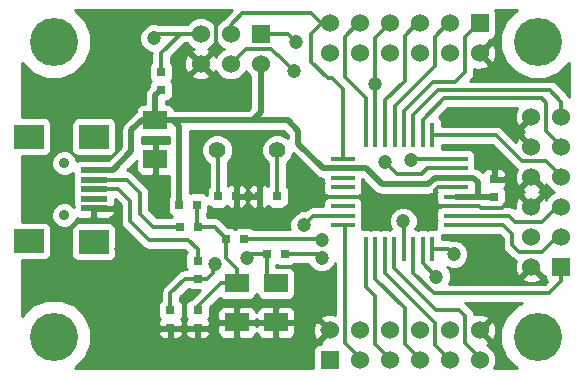
<source format=gtl>
G04 (created by PCBNEW (2013-07-24 BZR 4024)-stable) date Sat 25 Jul 2015 09:30:40 AM NZST*
%MOIN*%
G04 Gerber Fmt 3.4, Leading zero omitted, Abs format*
%FSLAX34Y34*%
G01*
G70*
G90*
G04 APERTURE LIST*
%ADD10C,0.005*%
%ADD11R,0.0315X0.025*%
%ADD12R,0.08X0.06*%
%ADD13C,0.056*%
%ADD14R,0.06X0.06*%
%ADD15C,0.06*%
%ADD16R,0.0787X0.0177*%
%ADD17R,0.0177X0.0787*%
%ADD18R,0.025X0.0315*%
%ADD19C,0.16*%
%ADD20C,0.0354*%
%ADD21R,0.0984X0.0787*%
%ADD22R,0.0906X0.0197*%
%ADD23C,0.0472441*%
%ADD24C,0.02*%
%ADD25C,0.0137795*%
%ADD26C,0.01*%
G04 APERTURE END LIST*
G54D10*
G54D11*
X35264Y-30926D03*
X35264Y-30326D03*
X36169Y-30926D03*
X36169Y-30326D03*
G54D12*
X38780Y-30729D03*
X38780Y-29429D03*
X37481Y-30729D03*
X37481Y-29429D03*
G54D13*
X36823Y-24995D03*
X38823Y-24995D03*
G54D14*
X38272Y-21110D03*
G54D15*
X38272Y-22110D03*
X37272Y-21110D03*
X37272Y-22110D03*
X36272Y-21110D03*
X36272Y-22110D03*
G54D14*
X48296Y-28877D03*
G54D15*
X47296Y-28877D03*
X48296Y-27877D03*
X47296Y-27877D03*
X48296Y-26877D03*
X47296Y-26877D03*
X48296Y-25877D03*
X47296Y-25877D03*
X48296Y-24877D03*
X47296Y-24877D03*
X48296Y-23877D03*
X47296Y-23877D03*
G54D16*
X44770Y-25284D03*
X44770Y-25599D03*
X44770Y-25914D03*
X44770Y-26229D03*
X44770Y-26544D03*
X44770Y-26859D03*
X44770Y-27174D03*
X44770Y-27489D03*
X41004Y-27487D03*
X41004Y-25277D03*
X41004Y-25597D03*
X41004Y-25917D03*
X41004Y-26227D03*
X41004Y-26547D03*
X41004Y-26857D03*
X41004Y-27177D03*
G54D17*
X43986Y-28277D03*
X43672Y-28277D03*
X43356Y-28277D03*
X43042Y-28277D03*
X42726Y-28277D03*
X42412Y-28277D03*
X42096Y-28277D03*
X41782Y-28277D03*
X43984Y-24497D03*
X43674Y-24497D03*
X43354Y-24497D03*
X43044Y-24497D03*
X42734Y-24497D03*
X42414Y-24497D03*
X42094Y-24497D03*
X41774Y-24497D03*
G54D11*
X46051Y-26555D03*
X46051Y-25955D03*
G54D18*
X36854Y-26531D03*
X37454Y-26531D03*
X38832Y-26531D03*
X38232Y-26531D03*
G54D11*
X34949Y-22973D03*
X34949Y-22373D03*
G54D18*
X37729Y-27948D03*
X37129Y-27948D03*
X39068Y-28460D03*
X38468Y-28460D03*
X35554Y-26806D03*
X36154Y-26806D03*
G54D11*
X36169Y-29272D03*
X36169Y-28672D03*
G54D18*
X36194Y-27554D03*
X35594Y-27554D03*
G54D14*
X40571Y-31995D03*
G54D15*
X40571Y-30995D03*
X41571Y-31995D03*
X41571Y-30995D03*
X42571Y-31995D03*
X42571Y-30995D03*
X43571Y-31995D03*
X43571Y-30995D03*
X44571Y-31995D03*
X44571Y-30995D03*
X45571Y-31995D03*
X45571Y-30995D03*
G54D14*
X45571Y-20759D03*
G54D15*
X45571Y-21759D03*
X44571Y-20759D03*
X44571Y-21759D03*
X43571Y-20759D03*
X43571Y-21759D03*
X42571Y-20759D03*
X42571Y-21759D03*
X41571Y-20759D03*
X41571Y-21759D03*
X40571Y-20759D03*
X40571Y-21759D03*
G54D19*
X47508Y-31216D03*
X31366Y-21374D03*
X47508Y-21374D03*
X31366Y-31216D03*
G54D20*
X31720Y-27161D03*
X31720Y-25429D03*
G54D21*
X30539Y-28027D03*
X30539Y-24543D03*
X32704Y-28047D03*
X32704Y-24543D03*
G54D22*
X32704Y-26295D03*
X32704Y-25980D03*
X32704Y-25665D03*
X32704Y-26610D03*
X32704Y-26925D03*
G54D12*
X34752Y-23991D03*
X34752Y-25291D03*
G54D23*
X44713Y-28460D03*
X40303Y-28578D03*
X44124Y-29212D03*
X40303Y-27988D03*
X39437Y-21374D03*
X39397Y-22358D03*
X42086Y-22795D03*
X34712Y-21256D03*
X43020Y-27358D03*
X39714Y-27490D03*
X33138Y-20783D03*
X35303Y-20587D03*
X38138Y-31965D03*
X30775Y-29642D03*
X32941Y-31807D03*
X30775Y-23146D03*
X33610Y-28303D03*
X33610Y-28933D03*
X37823Y-27200D03*
X34752Y-26216D03*
X43295Y-25310D03*
X36760Y-28775D03*
X37823Y-28578D03*
X42421Y-25393D03*
G54D24*
X38272Y-23726D02*
X38007Y-23991D01*
X38272Y-22110D02*
X38272Y-23726D01*
X38007Y-23991D02*
X34752Y-23991D01*
X41004Y-25597D02*
X40350Y-25597D01*
X39168Y-23991D02*
X38007Y-23991D01*
X39527Y-24350D02*
X39168Y-23991D01*
X39527Y-24773D02*
X39527Y-24350D01*
X40350Y-25597D02*
X39527Y-24773D01*
X33335Y-25665D02*
X33964Y-25036D01*
X33964Y-24327D02*
X34300Y-23991D01*
X34300Y-23991D02*
X34752Y-23991D01*
X32704Y-25665D02*
X33335Y-25665D01*
X33964Y-25036D02*
X33964Y-24327D01*
X35554Y-26806D02*
X35554Y-24184D01*
X35554Y-24184D02*
X35361Y-23991D01*
X35361Y-23991D02*
X34752Y-23991D01*
X45500Y-26544D02*
X45500Y-26058D01*
X44770Y-25914D02*
X44070Y-25914D01*
X46040Y-26544D02*
X46051Y-26555D01*
X34752Y-23170D02*
X34949Y-22973D01*
X34752Y-23991D02*
X34752Y-23170D01*
X41771Y-25597D02*
X41004Y-25597D01*
X42311Y-26137D02*
X41771Y-25597D01*
X45500Y-26058D02*
X45356Y-25914D01*
X45500Y-26544D02*
X46040Y-26544D01*
X43847Y-26137D02*
X42311Y-26137D01*
X45356Y-25914D02*
X44770Y-25914D01*
X44070Y-25914D02*
X43847Y-26137D01*
X44770Y-26544D02*
X45500Y-26544D01*
G54D25*
X40303Y-28578D02*
X40185Y-28460D01*
X40185Y-28460D02*
X39068Y-28460D01*
X43986Y-28277D02*
X44530Y-28277D01*
X44530Y-28277D02*
X44713Y-28460D01*
X43672Y-28277D02*
X43672Y-28760D01*
X40263Y-27948D02*
X37729Y-27948D01*
X40303Y-27988D02*
X40263Y-27948D01*
X43672Y-28760D02*
X44124Y-29212D01*
X39173Y-21110D02*
X38272Y-21110D01*
X39437Y-21374D02*
X39173Y-21110D01*
X41074Y-21208D02*
X41074Y-22569D01*
X41074Y-22569D02*
X41774Y-23269D01*
X41774Y-23269D02*
X41774Y-24497D01*
X41571Y-20759D02*
X41524Y-20759D01*
X41524Y-20759D02*
X41074Y-21208D01*
X42086Y-22795D02*
X42086Y-22425D01*
X42066Y-21263D02*
X42571Y-20759D01*
X42066Y-22405D02*
X42066Y-21263D01*
X42086Y-22425D02*
X42066Y-22405D01*
X37272Y-22110D02*
X37772Y-21610D01*
X38609Y-21610D02*
X37772Y-21610D01*
X38806Y-21807D02*
X38609Y-21610D01*
X38846Y-21807D02*
X38806Y-21807D01*
X39397Y-22358D02*
X38846Y-21807D01*
X42086Y-22795D02*
X42087Y-22795D01*
X42087Y-22795D02*
X42086Y-22795D01*
X42086Y-22795D02*
X42087Y-22795D01*
X42087Y-22795D02*
X42087Y-24490D01*
X42087Y-24490D02*
X42094Y-24497D01*
X34858Y-21110D02*
X36272Y-21110D01*
X34712Y-21256D02*
X34858Y-21110D01*
X43042Y-27380D02*
X43020Y-27358D01*
X34949Y-22373D02*
X34949Y-21767D01*
X34949Y-21767D02*
X35606Y-21110D01*
X35606Y-21110D02*
X36272Y-21110D01*
X43042Y-28277D02*
X43042Y-27380D01*
X40571Y-20759D02*
X40279Y-20759D01*
X37272Y-20822D02*
X37272Y-21110D01*
X37665Y-20429D02*
X37272Y-20822D01*
X39949Y-20429D02*
X37665Y-20429D01*
X40279Y-20759D02*
X39949Y-20429D01*
X40500Y-22594D02*
X40658Y-22594D01*
X40327Y-20759D02*
X39949Y-21137D01*
X40571Y-20759D02*
X40422Y-20759D01*
X39949Y-22043D02*
X40500Y-22594D01*
X39949Y-21137D02*
X39949Y-22043D01*
X40658Y-22594D02*
X41004Y-22940D01*
X41004Y-22940D02*
X41004Y-25277D01*
X40571Y-20759D02*
X40327Y-20759D01*
X44012Y-22716D02*
X43044Y-23684D01*
X44764Y-22716D02*
X44012Y-22716D01*
X45078Y-21220D02*
X45078Y-22401D01*
X45540Y-20759D02*
X45078Y-21220D01*
X43044Y-23684D02*
X43044Y-24497D01*
X45571Y-20759D02*
X45540Y-20759D01*
X45078Y-22401D02*
X44764Y-22716D01*
X44571Y-20759D02*
X44516Y-20759D01*
X42734Y-23526D02*
X42734Y-24497D01*
X44070Y-22189D02*
X42734Y-23526D01*
X44070Y-21204D02*
X44070Y-22189D01*
X44516Y-20759D02*
X44070Y-21204D01*
X43571Y-20759D02*
X43493Y-20759D01*
X42414Y-23334D02*
X42414Y-24497D01*
X43071Y-21181D02*
X43071Y-22677D01*
X43071Y-22677D02*
X42414Y-23334D01*
X43493Y-20759D02*
X43071Y-21181D01*
X48296Y-28877D02*
X48296Y-29340D01*
X43356Y-29073D02*
X43356Y-28277D01*
X44045Y-29763D02*
X43356Y-29073D01*
X48296Y-29340D02*
X47873Y-29763D01*
X47873Y-29763D02*
X44045Y-29763D01*
X48147Y-27877D02*
X47646Y-28377D01*
X47646Y-28377D02*
X46882Y-28377D01*
X46882Y-28377D02*
X46654Y-28149D01*
X46654Y-27787D02*
X46355Y-27489D01*
X46355Y-27489D02*
X44770Y-27489D01*
X48296Y-27877D02*
X48147Y-27877D01*
X46654Y-28149D02*
X46654Y-27787D01*
X48162Y-26877D02*
X47655Y-27383D01*
X48296Y-26877D02*
X48162Y-26877D01*
X46545Y-27174D02*
X44770Y-27174D01*
X46754Y-27383D02*
X46545Y-27174D01*
X47655Y-27383D02*
X46754Y-27383D01*
X48296Y-25854D02*
X47796Y-25354D01*
X47796Y-25354D02*
X46969Y-25354D01*
X46969Y-25354D02*
X46112Y-24497D01*
X46112Y-24497D02*
X43984Y-24497D01*
X48296Y-25877D02*
X48296Y-25854D01*
X48296Y-24877D02*
X48296Y-24870D01*
X43674Y-23976D02*
X43674Y-24497D01*
X44382Y-23267D02*
X43674Y-23976D01*
X47639Y-23267D02*
X44382Y-23267D01*
X47796Y-23424D02*
X47639Y-23267D01*
X47796Y-24370D02*
X47796Y-23424D01*
X48296Y-24870D02*
X47796Y-24370D01*
X48296Y-23877D02*
X48296Y-23374D01*
X43354Y-23826D02*
X43354Y-24497D01*
X44188Y-22992D02*
X43354Y-23826D01*
X47914Y-22992D02*
X44188Y-22992D01*
X48296Y-23374D02*
X47914Y-22992D01*
X40027Y-27177D02*
X41004Y-27177D01*
X39714Y-27490D02*
X40027Y-27177D01*
X41070Y-27553D02*
X41004Y-27487D01*
X41070Y-31424D02*
X41070Y-27553D01*
X41571Y-31925D02*
X41070Y-31424D01*
X41571Y-31995D02*
X41571Y-31925D01*
X42571Y-31995D02*
X42571Y-31940D01*
X41782Y-29546D02*
X41782Y-28277D01*
X42077Y-29842D02*
X41782Y-29546D01*
X42077Y-31446D02*
X42077Y-29842D01*
X42571Y-31940D02*
X42077Y-31446D01*
X43571Y-31995D02*
X43571Y-31956D01*
X42096Y-29276D02*
X42096Y-28277D01*
X43071Y-30251D02*
X42096Y-29276D01*
X43071Y-31456D02*
X43071Y-30251D01*
X43571Y-31956D02*
X43071Y-31456D01*
X44074Y-30758D02*
X42412Y-29095D01*
X42412Y-29095D02*
X42412Y-28277D01*
X44571Y-31995D02*
X44571Y-31972D01*
X44074Y-31475D02*
X44074Y-30758D01*
X44571Y-31972D02*
X44074Y-31475D01*
X45571Y-31909D02*
X45075Y-31413D01*
X45075Y-31413D02*
X45075Y-30507D01*
X45075Y-30507D02*
X44882Y-30314D01*
X44882Y-30314D02*
X44110Y-30314D01*
X44110Y-30314D02*
X42726Y-28929D01*
X42726Y-28929D02*
X42726Y-28277D01*
X45571Y-31995D02*
X45571Y-31909D01*
X44770Y-26859D02*
X45554Y-26859D01*
X46303Y-26905D02*
X46806Y-26402D01*
X45600Y-26905D02*
X46303Y-26905D01*
X45554Y-26859D02*
X45600Y-26905D01*
X47296Y-26877D02*
X47280Y-26877D01*
X47280Y-26877D02*
X46806Y-26402D01*
X46358Y-25955D02*
X46051Y-25955D01*
X46806Y-26402D02*
X46358Y-25955D01*
X37481Y-30729D02*
X36761Y-30729D01*
X36564Y-30926D02*
X36169Y-30926D01*
X36761Y-30729D02*
X36564Y-30926D01*
X36300Y-22110D02*
X36789Y-21621D01*
X36789Y-21621D02*
X36789Y-20734D01*
X36789Y-20734D02*
X36523Y-20468D01*
X36523Y-20468D02*
X35422Y-20468D01*
X35422Y-20468D02*
X35303Y-20587D01*
X38138Y-31965D02*
X33099Y-31965D01*
X36272Y-22110D02*
X36300Y-22110D01*
X33099Y-31965D02*
X32941Y-31807D01*
X38727Y-31965D02*
X39239Y-31453D01*
X38138Y-31965D02*
X38727Y-31965D01*
X33138Y-22161D02*
X33138Y-20783D01*
X32350Y-22949D02*
X33138Y-22161D01*
X30972Y-22949D02*
X32350Y-22949D01*
X30775Y-23146D02*
X30972Y-22949D01*
X39239Y-31453D02*
X39437Y-31453D01*
X33610Y-27161D02*
X33374Y-26925D01*
X33374Y-26925D02*
X32704Y-26925D01*
X44083Y-26767D02*
X44083Y-26547D01*
X44083Y-26547D02*
X44083Y-26332D01*
X44175Y-26859D02*
X44083Y-26767D01*
X37862Y-27161D02*
X37823Y-27200D01*
X37862Y-26531D02*
X37862Y-26689D01*
X33610Y-28303D02*
X33610Y-27161D01*
X35264Y-30926D02*
X34737Y-30926D01*
X33610Y-29799D02*
X33610Y-28933D01*
X33610Y-28933D02*
X33610Y-28303D01*
X34737Y-30926D02*
X33610Y-29799D01*
X40051Y-26547D02*
X39516Y-27082D01*
X39516Y-27082D02*
X38414Y-27082D01*
X38414Y-27082D02*
X38232Y-26900D01*
X38232Y-26900D02*
X38232Y-26531D01*
X39437Y-31453D02*
X40113Y-31453D01*
X40113Y-31453D02*
X40571Y-30995D01*
X37862Y-26531D02*
X37454Y-26531D01*
X38232Y-26531D02*
X37862Y-26531D01*
X37862Y-26689D02*
X37862Y-27161D01*
X37481Y-30729D02*
X38780Y-30729D01*
X38780Y-30729D02*
X40305Y-30729D01*
X40305Y-30729D02*
X40571Y-30995D01*
X34752Y-26216D02*
X34752Y-25291D01*
X40571Y-30995D02*
X40328Y-30995D01*
X37705Y-26531D02*
X37862Y-26374D01*
X37704Y-26531D02*
X37705Y-26531D01*
X41004Y-26547D02*
X44083Y-26547D01*
X35264Y-30926D02*
X36169Y-30926D01*
X44083Y-26332D02*
X44186Y-26229D01*
X44186Y-26229D02*
X44770Y-26229D01*
X44770Y-26859D02*
X44175Y-26859D01*
X37862Y-26374D02*
X38019Y-26531D01*
X38019Y-26531D02*
X38019Y-26532D01*
X38019Y-26532D02*
X37862Y-26689D01*
X37862Y-26689D02*
X37704Y-26531D01*
X41004Y-26547D02*
X40051Y-26547D01*
X36854Y-25026D02*
X36823Y-24995D01*
X36854Y-26531D02*
X36854Y-25026D01*
X43321Y-25284D02*
X43295Y-25310D01*
X44770Y-25284D02*
X43321Y-25284D01*
X38468Y-28460D02*
X37941Y-28460D01*
X36499Y-29272D02*
X36169Y-29272D01*
X36681Y-29090D02*
X36499Y-29272D01*
X36681Y-28854D02*
X36681Y-29090D01*
X36760Y-28775D02*
X36681Y-28854D01*
X37941Y-28460D02*
X37823Y-28578D01*
X38468Y-28460D02*
X38468Y-29117D01*
X38468Y-29117D02*
X38780Y-29429D01*
X35264Y-30326D02*
X35264Y-29759D01*
X35264Y-29759D02*
X35751Y-29272D01*
X35751Y-29272D02*
X36169Y-29272D01*
X33925Y-27358D02*
X34555Y-27988D01*
X34555Y-27988D02*
X35854Y-27988D01*
X35854Y-27988D02*
X36169Y-28303D01*
X36169Y-28303D02*
X36169Y-28672D01*
X33925Y-26689D02*
X33531Y-26295D01*
X32704Y-26295D02*
X33531Y-26295D01*
X33925Y-26689D02*
X33925Y-27358D01*
X35594Y-27579D02*
X35594Y-27554D01*
X34672Y-27554D02*
X34240Y-27122D01*
X34240Y-27122D02*
X34240Y-26413D01*
X34240Y-26413D02*
X33807Y-25980D01*
X34672Y-27554D02*
X35594Y-27554D01*
X32704Y-25980D02*
X33807Y-25980D01*
X37481Y-29429D02*
X37481Y-28945D01*
X37129Y-28593D02*
X37129Y-27948D01*
X37481Y-28945D02*
X37129Y-28593D01*
X36169Y-30326D02*
X36169Y-30193D01*
X36933Y-29429D02*
X37481Y-29429D01*
X36169Y-30193D02*
X36933Y-29429D01*
X36194Y-27554D02*
X36735Y-27554D01*
X36735Y-27554D02*
X37129Y-27948D01*
X36154Y-26806D02*
X36154Y-27514D01*
X36154Y-27514D02*
X36194Y-27554D01*
X43820Y-25599D02*
X44770Y-25599D01*
X43641Y-25777D02*
X43820Y-25599D01*
X42805Y-25777D02*
X43641Y-25777D01*
X42421Y-25393D02*
X42805Y-25777D01*
X38832Y-26531D02*
X38832Y-25004D01*
X38832Y-25004D02*
X38823Y-24995D01*
G54D10*
G36*
X35322Y-27189D02*
X35276Y-27235D01*
X34804Y-27235D01*
X34702Y-27133D01*
X34558Y-26989D01*
X34558Y-26413D01*
X34534Y-26290D01*
X34534Y-26290D01*
X34500Y-26239D01*
X34465Y-26187D01*
X34465Y-26187D01*
X34032Y-25754D01*
X33929Y-25685D01*
X33829Y-25665D01*
X34153Y-25341D01*
X34164Y-25341D01*
X34102Y-25403D01*
X34101Y-25640D01*
X34139Y-25732D01*
X34210Y-25802D01*
X34302Y-25840D01*
X34401Y-25841D01*
X34639Y-25841D01*
X34702Y-25778D01*
X34702Y-25341D01*
X34694Y-25341D01*
X34694Y-25241D01*
X34702Y-25241D01*
X34702Y-24803D01*
X34639Y-24741D01*
X34401Y-24740D01*
X34314Y-24741D01*
X34314Y-24540D01*
X34401Y-24541D01*
X35201Y-24541D01*
X35204Y-24540D01*
X35204Y-24741D01*
X35201Y-24741D01*
X35102Y-24740D01*
X34864Y-24741D01*
X34802Y-24803D01*
X34802Y-25241D01*
X34809Y-25241D01*
X34809Y-25341D01*
X34802Y-25341D01*
X34802Y-25778D01*
X34864Y-25841D01*
X35102Y-25841D01*
X35201Y-25840D01*
X35204Y-25840D01*
X35204Y-26538D01*
X35179Y-26598D01*
X35178Y-26698D01*
X35178Y-27013D01*
X35216Y-27104D01*
X35287Y-27175D01*
X35322Y-27189D01*
X35322Y-27189D01*
G37*
G54D26*
X35322Y-27189D02*
X35276Y-27235D01*
X34804Y-27235D01*
X34702Y-27133D01*
X34558Y-26989D01*
X34558Y-26413D01*
X34534Y-26290D01*
X34534Y-26290D01*
X34500Y-26239D01*
X34465Y-26187D01*
X34465Y-26187D01*
X34032Y-25754D01*
X33929Y-25685D01*
X33829Y-25665D01*
X34153Y-25341D01*
X34164Y-25341D01*
X34102Y-25403D01*
X34101Y-25640D01*
X34139Y-25732D01*
X34210Y-25802D01*
X34302Y-25840D01*
X34401Y-25841D01*
X34639Y-25841D01*
X34702Y-25778D01*
X34702Y-25341D01*
X34694Y-25341D01*
X34694Y-25241D01*
X34702Y-25241D01*
X34702Y-24803D01*
X34639Y-24741D01*
X34401Y-24740D01*
X34314Y-24741D01*
X34314Y-24540D01*
X34401Y-24541D01*
X35201Y-24541D01*
X35204Y-24540D01*
X35204Y-24741D01*
X35201Y-24741D01*
X35102Y-24740D01*
X34864Y-24741D01*
X34802Y-24803D01*
X34802Y-25241D01*
X34809Y-25241D01*
X34809Y-25341D01*
X34802Y-25341D01*
X34802Y-25778D01*
X34864Y-25841D01*
X35102Y-25841D01*
X35201Y-25840D01*
X35204Y-25840D01*
X35204Y-26538D01*
X35179Y-26598D01*
X35178Y-26698D01*
X35178Y-27013D01*
X35216Y-27104D01*
X35287Y-27175D01*
X35322Y-27189D01*
G54D10*
G36*
X37922Y-23581D02*
X37862Y-23641D01*
X36587Y-23641D01*
X36587Y-22495D01*
X36272Y-22180D01*
X36201Y-22251D01*
X36201Y-22110D01*
X35886Y-21794D01*
X35790Y-21822D01*
X35717Y-22028D01*
X35728Y-22246D01*
X35790Y-22397D01*
X35886Y-22425D01*
X36201Y-22110D01*
X36201Y-22251D01*
X35956Y-22495D01*
X35984Y-22591D01*
X36190Y-22664D01*
X36408Y-22653D01*
X36559Y-22591D01*
X36587Y-22495D01*
X36587Y-23641D01*
X35401Y-23641D01*
X35364Y-23549D01*
X35293Y-23479D01*
X35201Y-23441D01*
X35102Y-23440D01*
X35102Y-23440D01*
X35102Y-23348D01*
X35156Y-23348D01*
X35247Y-23310D01*
X35318Y-23239D01*
X35356Y-23147D01*
X35356Y-23048D01*
X35356Y-22798D01*
X35318Y-22706D01*
X35285Y-22673D01*
X35318Y-22639D01*
X35356Y-22547D01*
X35356Y-22448D01*
X35356Y-22198D01*
X35318Y-22106D01*
X35267Y-22055D01*
X35267Y-21899D01*
X35738Y-21428D01*
X35813Y-21428D01*
X35960Y-21575D01*
X36035Y-21607D01*
X35984Y-21628D01*
X35956Y-21724D01*
X36272Y-22039D01*
X36587Y-21724D01*
X36559Y-21628D01*
X36504Y-21609D01*
X36583Y-21576D01*
X36737Y-21421D01*
X36771Y-21340D01*
X36805Y-21421D01*
X36960Y-21575D01*
X37041Y-21609D01*
X36960Y-21643D01*
X36806Y-21798D01*
X36774Y-21873D01*
X36753Y-21822D01*
X36657Y-21794D01*
X36342Y-22110D01*
X36657Y-22425D01*
X36753Y-22397D01*
X36772Y-22342D01*
X36805Y-22421D01*
X36960Y-22575D01*
X37162Y-22659D01*
X37380Y-22660D01*
X37583Y-22576D01*
X37737Y-22421D01*
X37771Y-22340D01*
X37805Y-22421D01*
X37922Y-22537D01*
X37922Y-23581D01*
X37922Y-23581D01*
G37*
G54D26*
X37922Y-23581D02*
X37862Y-23641D01*
X36587Y-23641D01*
X36587Y-22495D01*
X36272Y-22180D01*
X36201Y-22251D01*
X36201Y-22110D01*
X35886Y-21794D01*
X35790Y-21822D01*
X35717Y-22028D01*
X35728Y-22246D01*
X35790Y-22397D01*
X35886Y-22425D01*
X36201Y-22110D01*
X36201Y-22251D01*
X35956Y-22495D01*
X35984Y-22591D01*
X36190Y-22664D01*
X36408Y-22653D01*
X36559Y-22591D01*
X36587Y-22495D01*
X36587Y-23641D01*
X35401Y-23641D01*
X35364Y-23549D01*
X35293Y-23479D01*
X35201Y-23441D01*
X35102Y-23440D01*
X35102Y-23440D01*
X35102Y-23348D01*
X35156Y-23348D01*
X35247Y-23310D01*
X35318Y-23239D01*
X35356Y-23147D01*
X35356Y-23048D01*
X35356Y-22798D01*
X35318Y-22706D01*
X35285Y-22673D01*
X35318Y-22639D01*
X35356Y-22547D01*
X35356Y-22448D01*
X35356Y-22198D01*
X35318Y-22106D01*
X35267Y-22055D01*
X35267Y-21899D01*
X35738Y-21428D01*
X35813Y-21428D01*
X35960Y-21575D01*
X36035Y-21607D01*
X35984Y-21628D01*
X35956Y-21724D01*
X36272Y-22039D01*
X36587Y-21724D01*
X36559Y-21628D01*
X36504Y-21609D01*
X36583Y-21576D01*
X36737Y-21421D01*
X36771Y-21340D01*
X36805Y-21421D01*
X36960Y-21575D01*
X37041Y-21609D01*
X36960Y-21643D01*
X36806Y-21798D01*
X36774Y-21873D01*
X36753Y-21822D01*
X36657Y-21794D01*
X36342Y-22110D01*
X36657Y-22425D01*
X36753Y-22397D01*
X36772Y-22342D01*
X36805Y-22421D01*
X36960Y-22575D01*
X37162Y-22659D01*
X37380Y-22660D01*
X37583Y-22576D01*
X37737Y-22421D01*
X37771Y-22340D01*
X37805Y-22421D01*
X37922Y-22537D01*
X37922Y-23581D01*
G54D10*
G36*
X40504Y-26541D02*
X40469Y-26556D01*
X40434Y-26591D01*
X40423Y-26591D01*
X40360Y-26653D01*
X40360Y-26685D01*
X40367Y-26702D01*
X40360Y-26718D01*
X40360Y-26818D01*
X40360Y-26858D01*
X40027Y-26858D01*
X39905Y-26882D01*
X39802Y-26951D01*
X39749Y-27003D01*
X39618Y-27003D01*
X39439Y-27077D01*
X39302Y-27214D01*
X39228Y-27393D01*
X39228Y-27586D01*
X39245Y-27629D01*
X38182Y-27629D01*
X38182Y-26876D01*
X38182Y-26581D01*
X38182Y-26481D01*
X38182Y-26186D01*
X38119Y-26123D01*
X38057Y-26123D01*
X37965Y-26161D01*
X37895Y-26231D01*
X37857Y-26323D01*
X37856Y-26423D01*
X37857Y-26418D01*
X37919Y-26481D01*
X38182Y-26481D01*
X38182Y-26581D01*
X37919Y-26581D01*
X37857Y-26643D01*
X37856Y-26638D01*
X37857Y-26738D01*
X37895Y-26830D01*
X37965Y-26900D01*
X38057Y-26938D01*
X38119Y-26938D01*
X38182Y-26876D01*
X38182Y-27629D01*
X38046Y-27629D01*
X37995Y-27578D01*
X37903Y-27540D01*
X37829Y-27540D01*
X37829Y-26638D01*
X37829Y-26423D01*
X37828Y-26323D01*
X37790Y-26231D01*
X37720Y-26161D01*
X37628Y-26123D01*
X37566Y-26123D01*
X37504Y-26186D01*
X37504Y-26481D01*
X37766Y-26481D01*
X37829Y-26418D01*
X37829Y-26423D01*
X37829Y-26638D01*
X37829Y-26643D01*
X37766Y-26581D01*
X37504Y-26581D01*
X37504Y-26876D01*
X37566Y-26938D01*
X37628Y-26938D01*
X37720Y-26900D01*
X37790Y-26830D01*
X37828Y-26738D01*
X37829Y-26638D01*
X37829Y-27540D01*
X37804Y-27540D01*
X37554Y-27540D01*
X37462Y-27578D01*
X37429Y-27611D01*
X37395Y-27578D01*
X37303Y-27540D01*
X37204Y-27540D01*
X37172Y-27540D01*
X36960Y-27328D01*
X36857Y-27259D01*
X36735Y-27235D01*
X36511Y-27235D01*
X36472Y-27196D01*
X36472Y-27123D01*
X36490Y-27105D01*
X36528Y-27013D01*
X36529Y-26913D01*
X36529Y-26842D01*
X36587Y-26900D01*
X36679Y-26938D01*
X36778Y-26938D01*
X37028Y-26938D01*
X37120Y-26900D01*
X37154Y-26867D01*
X37187Y-26900D01*
X37279Y-26938D01*
X37341Y-26938D01*
X37404Y-26876D01*
X37404Y-26581D01*
X37396Y-26581D01*
X37396Y-26481D01*
X37404Y-26481D01*
X37404Y-26186D01*
X37341Y-26123D01*
X37279Y-26123D01*
X37187Y-26161D01*
X37172Y-26176D01*
X37172Y-25394D01*
X37272Y-25295D01*
X37352Y-25100D01*
X37353Y-24890D01*
X37272Y-24695D01*
X37123Y-24545D01*
X36928Y-24465D01*
X36718Y-24464D01*
X36523Y-24545D01*
X36373Y-24694D01*
X36293Y-24889D01*
X36292Y-25099D01*
X36373Y-25294D01*
X36522Y-25444D01*
X36535Y-25449D01*
X36535Y-26213D01*
X36517Y-26231D01*
X36479Y-26323D01*
X36478Y-26423D01*
X36478Y-26494D01*
X36420Y-26436D01*
X36328Y-26398D01*
X36229Y-26398D01*
X35979Y-26398D01*
X35904Y-26429D01*
X35904Y-24341D01*
X38007Y-24341D01*
X39023Y-24341D01*
X39177Y-24495D01*
X39177Y-24599D01*
X39123Y-24545D01*
X38928Y-24465D01*
X38718Y-24464D01*
X38523Y-24545D01*
X38373Y-24694D01*
X38293Y-24889D01*
X38292Y-25099D01*
X38373Y-25294D01*
X38513Y-25434D01*
X38513Y-26176D01*
X38498Y-26161D01*
X38406Y-26123D01*
X38344Y-26123D01*
X38282Y-26186D01*
X38282Y-26481D01*
X38289Y-26481D01*
X38289Y-26581D01*
X38282Y-26581D01*
X38282Y-26876D01*
X38344Y-26938D01*
X38406Y-26938D01*
X38498Y-26900D01*
X38531Y-26867D01*
X38565Y-26900D01*
X38657Y-26938D01*
X38756Y-26938D01*
X39006Y-26938D01*
X39098Y-26900D01*
X39168Y-26830D01*
X39206Y-26738D01*
X39207Y-26638D01*
X39207Y-26323D01*
X39169Y-26232D01*
X39150Y-26213D01*
X39150Y-25416D01*
X39272Y-25295D01*
X39352Y-25100D01*
X39352Y-25093D01*
X40103Y-25844D01*
X40103Y-25844D01*
X40216Y-25920D01*
X40350Y-25946D01*
X40350Y-25947D01*
X40360Y-25947D01*
X40360Y-26055D01*
X40367Y-26071D01*
X40360Y-26088D01*
X40360Y-26188D01*
X40360Y-26365D01*
X40369Y-26386D01*
X40360Y-26408D01*
X40360Y-26440D01*
X40423Y-26502D01*
X40444Y-26502D01*
X40468Y-26527D01*
X40504Y-26541D01*
X40504Y-26541D01*
G37*
G54D26*
X40504Y-26541D02*
X40469Y-26556D01*
X40434Y-26591D01*
X40423Y-26591D01*
X40360Y-26653D01*
X40360Y-26685D01*
X40367Y-26702D01*
X40360Y-26718D01*
X40360Y-26818D01*
X40360Y-26858D01*
X40027Y-26858D01*
X39905Y-26882D01*
X39802Y-26951D01*
X39749Y-27003D01*
X39618Y-27003D01*
X39439Y-27077D01*
X39302Y-27214D01*
X39228Y-27393D01*
X39228Y-27586D01*
X39245Y-27629D01*
X38182Y-27629D01*
X38182Y-26876D01*
X38182Y-26581D01*
X38182Y-26481D01*
X38182Y-26186D01*
X38119Y-26123D01*
X38057Y-26123D01*
X37965Y-26161D01*
X37895Y-26231D01*
X37857Y-26323D01*
X37856Y-26423D01*
X37857Y-26418D01*
X37919Y-26481D01*
X38182Y-26481D01*
X38182Y-26581D01*
X37919Y-26581D01*
X37857Y-26643D01*
X37856Y-26638D01*
X37857Y-26738D01*
X37895Y-26830D01*
X37965Y-26900D01*
X38057Y-26938D01*
X38119Y-26938D01*
X38182Y-26876D01*
X38182Y-27629D01*
X38046Y-27629D01*
X37995Y-27578D01*
X37903Y-27540D01*
X37829Y-27540D01*
X37829Y-26638D01*
X37829Y-26423D01*
X37828Y-26323D01*
X37790Y-26231D01*
X37720Y-26161D01*
X37628Y-26123D01*
X37566Y-26123D01*
X37504Y-26186D01*
X37504Y-26481D01*
X37766Y-26481D01*
X37829Y-26418D01*
X37829Y-26423D01*
X37829Y-26638D01*
X37829Y-26643D01*
X37766Y-26581D01*
X37504Y-26581D01*
X37504Y-26876D01*
X37566Y-26938D01*
X37628Y-26938D01*
X37720Y-26900D01*
X37790Y-26830D01*
X37828Y-26738D01*
X37829Y-26638D01*
X37829Y-27540D01*
X37804Y-27540D01*
X37554Y-27540D01*
X37462Y-27578D01*
X37429Y-27611D01*
X37395Y-27578D01*
X37303Y-27540D01*
X37204Y-27540D01*
X37172Y-27540D01*
X36960Y-27328D01*
X36857Y-27259D01*
X36735Y-27235D01*
X36511Y-27235D01*
X36472Y-27196D01*
X36472Y-27123D01*
X36490Y-27105D01*
X36528Y-27013D01*
X36529Y-26913D01*
X36529Y-26842D01*
X36587Y-26900D01*
X36679Y-26938D01*
X36778Y-26938D01*
X37028Y-26938D01*
X37120Y-26900D01*
X37154Y-26867D01*
X37187Y-26900D01*
X37279Y-26938D01*
X37341Y-26938D01*
X37404Y-26876D01*
X37404Y-26581D01*
X37396Y-26581D01*
X37396Y-26481D01*
X37404Y-26481D01*
X37404Y-26186D01*
X37341Y-26123D01*
X37279Y-26123D01*
X37187Y-26161D01*
X37172Y-26176D01*
X37172Y-25394D01*
X37272Y-25295D01*
X37352Y-25100D01*
X37353Y-24890D01*
X37272Y-24695D01*
X37123Y-24545D01*
X36928Y-24465D01*
X36718Y-24464D01*
X36523Y-24545D01*
X36373Y-24694D01*
X36293Y-24889D01*
X36292Y-25099D01*
X36373Y-25294D01*
X36522Y-25444D01*
X36535Y-25449D01*
X36535Y-26213D01*
X36517Y-26231D01*
X36479Y-26323D01*
X36478Y-26423D01*
X36478Y-26494D01*
X36420Y-26436D01*
X36328Y-26398D01*
X36229Y-26398D01*
X35979Y-26398D01*
X35904Y-26429D01*
X35904Y-24341D01*
X38007Y-24341D01*
X39023Y-24341D01*
X39177Y-24495D01*
X39177Y-24599D01*
X39123Y-24545D01*
X38928Y-24465D01*
X38718Y-24464D01*
X38523Y-24545D01*
X38373Y-24694D01*
X38293Y-24889D01*
X38292Y-25099D01*
X38373Y-25294D01*
X38513Y-25434D01*
X38513Y-26176D01*
X38498Y-26161D01*
X38406Y-26123D01*
X38344Y-26123D01*
X38282Y-26186D01*
X38282Y-26481D01*
X38289Y-26481D01*
X38289Y-26581D01*
X38282Y-26581D01*
X38282Y-26876D01*
X38344Y-26938D01*
X38406Y-26938D01*
X38498Y-26900D01*
X38531Y-26867D01*
X38565Y-26900D01*
X38657Y-26938D01*
X38756Y-26938D01*
X39006Y-26938D01*
X39098Y-26900D01*
X39168Y-26830D01*
X39206Y-26738D01*
X39207Y-26638D01*
X39207Y-26323D01*
X39169Y-26232D01*
X39150Y-26213D01*
X39150Y-25416D01*
X39272Y-25295D01*
X39352Y-25100D01*
X39352Y-25093D01*
X40103Y-25844D01*
X40103Y-25844D01*
X40216Y-25920D01*
X40350Y-25946D01*
X40350Y-25947D01*
X40360Y-25947D01*
X40360Y-26055D01*
X40367Y-26071D01*
X40360Y-26088D01*
X40360Y-26188D01*
X40360Y-26365D01*
X40369Y-26386D01*
X40360Y-26408D01*
X40360Y-26440D01*
X40423Y-26502D01*
X40444Y-26502D01*
X40468Y-26527D01*
X40504Y-26541D01*
G54D10*
G36*
X40647Y-21764D02*
X40576Y-21835D01*
X40571Y-21829D01*
X40565Y-21835D01*
X40494Y-21764D01*
X40500Y-21759D01*
X40494Y-21753D01*
X40565Y-21682D01*
X40571Y-21688D01*
X40576Y-21682D01*
X40647Y-21753D01*
X40641Y-21759D01*
X40647Y-21764D01*
X40647Y-21764D01*
G37*
G54D26*
X40647Y-21764D02*
X40576Y-21835D01*
X40571Y-21829D01*
X40565Y-21835D01*
X40494Y-21764D01*
X40500Y-21759D01*
X40494Y-21753D01*
X40565Y-21682D01*
X40571Y-21688D01*
X40576Y-21682D01*
X40647Y-21753D01*
X40641Y-21759D01*
X40647Y-21764D01*
G54D10*
G36*
X40751Y-30475D02*
X40652Y-30440D01*
X40434Y-30451D01*
X40283Y-30513D01*
X40255Y-30609D01*
X40571Y-30924D01*
X40576Y-30918D01*
X40647Y-30989D01*
X40641Y-30995D01*
X40647Y-31000D01*
X40576Y-31071D01*
X40571Y-31065D01*
X40500Y-31136D01*
X40500Y-30995D01*
X40185Y-30679D01*
X40089Y-30707D01*
X40016Y-30913D01*
X40027Y-31131D01*
X40089Y-31282D01*
X40185Y-31310D01*
X40500Y-30995D01*
X40500Y-31136D01*
X40255Y-31380D01*
X40274Y-31444D01*
X40221Y-31444D01*
X40129Y-31482D01*
X40059Y-31553D01*
X40021Y-31645D01*
X40020Y-31744D01*
X40020Y-32269D01*
X39430Y-32269D01*
X39430Y-31078D01*
X39430Y-30379D01*
X39392Y-30287D01*
X39321Y-30217D01*
X39229Y-30179D01*
X39130Y-30178D01*
X38892Y-30179D01*
X38830Y-30241D01*
X38830Y-30679D01*
X39367Y-30679D01*
X39430Y-30616D01*
X39430Y-30379D01*
X39430Y-31078D01*
X39430Y-30841D01*
X39367Y-30779D01*
X38830Y-30779D01*
X38830Y-31216D01*
X38892Y-31279D01*
X39130Y-31279D01*
X39229Y-31278D01*
X39321Y-31240D01*
X39392Y-31170D01*
X39430Y-31078D01*
X39430Y-32269D01*
X38730Y-32269D01*
X38730Y-31216D01*
X38730Y-30779D01*
X38730Y-30679D01*
X38730Y-30241D01*
X38667Y-30179D01*
X38429Y-30178D01*
X38330Y-30179D01*
X38238Y-30217D01*
X38167Y-30287D01*
X38130Y-30378D01*
X38093Y-30287D01*
X38022Y-30217D01*
X37930Y-30179D01*
X37831Y-30178D01*
X37593Y-30179D01*
X37531Y-30241D01*
X37531Y-30679D01*
X38068Y-30679D01*
X38130Y-30617D01*
X38192Y-30679D01*
X38730Y-30679D01*
X38730Y-30779D01*
X38192Y-30779D01*
X38130Y-30841D01*
X38068Y-30779D01*
X37531Y-30779D01*
X37531Y-31216D01*
X37593Y-31279D01*
X37831Y-31279D01*
X37930Y-31278D01*
X38022Y-31240D01*
X38093Y-31170D01*
X38130Y-31079D01*
X38167Y-31170D01*
X38238Y-31240D01*
X38330Y-31278D01*
X38429Y-31279D01*
X38667Y-31279D01*
X38730Y-31216D01*
X38730Y-32269D01*
X37431Y-32269D01*
X37431Y-31216D01*
X37431Y-30779D01*
X37431Y-30679D01*
X37431Y-30241D01*
X37368Y-30179D01*
X37130Y-30178D01*
X37031Y-30179D01*
X36939Y-30217D01*
X36868Y-30287D01*
X36830Y-30379D01*
X36831Y-30616D01*
X36893Y-30679D01*
X37431Y-30679D01*
X37431Y-30779D01*
X36893Y-30779D01*
X36831Y-30841D01*
X36830Y-31078D01*
X36868Y-31170D01*
X36939Y-31240D01*
X37031Y-31278D01*
X37130Y-31279D01*
X37368Y-31279D01*
X37431Y-31216D01*
X37431Y-32269D01*
X36576Y-32269D01*
X36576Y-31100D01*
X36576Y-31038D01*
X36514Y-30976D01*
X36219Y-30976D01*
X36219Y-31238D01*
X36281Y-31301D01*
X36276Y-31301D01*
X36376Y-31300D01*
X36468Y-31262D01*
X36538Y-31192D01*
X36576Y-31100D01*
X36576Y-32269D01*
X36119Y-32269D01*
X36119Y-31238D01*
X36119Y-30976D01*
X35824Y-30976D01*
X35761Y-31038D01*
X35761Y-31100D01*
X35799Y-31192D01*
X35869Y-31262D01*
X35961Y-31300D01*
X36061Y-31301D01*
X36056Y-31301D01*
X36119Y-31238D01*
X36119Y-32269D01*
X35671Y-32269D01*
X35671Y-31100D01*
X35671Y-31038D01*
X35609Y-30976D01*
X35314Y-30976D01*
X35314Y-31238D01*
X35376Y-31301D01*
X35371Y-31301D01*
X35471Y-31300D01*
X35563Y-31262D01*
X35633Y-31192D01*
X35671Y-31100D01*
X35671Y-32269D01*
X35214Y-32269D01*
X35214Y-31238D01*
X35214Y-30976D01*
X34919Y-30976D01*
X34856Y-31038D01*
X34856Y-31100D01*
X34894Y-31192D01*
X34964Y-31262D01*
X35056Y-31300D01*
X35156Y-31301D01*
X35151Y-31301D01*
X35214Y-31238D01*
X35214Y-32269D01*
X33446Y-32269D01*
X33446Y-28390D01*
X33446Y-27603D01*
X33408Y-27512D01*
X33407Y-27511D01*
X33407Y-27073D01*
X33407Y-27036D01*
X33344Y-26974D01*
X32754Y-26974D01*
X32754Y-27211D01*
X32816Y-27273D01*
X33107Y-27273D01*
X33206Y-27273D01*
X33298Y-27235D01*
X33369Y-27164D01*
X33407Y-27073D01*
X33407Y-27511D01*
X33337Y-27441D01*
X33245Y-27403D01*
X33146Y-27403D01*
X32654Y-27403D01*
X32162Y-27403D01*
X32070Y-27441D01*
X32000Y-27511D01*
X31962Y-27603D01*
X31961Y-27703D01*
X31961Y-28490D01*
X31999Y-28581D01*
X32070Y-28652D01*
X32162Y-28690D01*
X32261Y-28690D01*
X33245Y-28690D01*
X33337Y-28652D01*
X33407Y-28582D01*
X33445Y-28490D01*
X33446Y-28390D01*
X33446Y-32269D01*
X32071Y-32269D01*
X32419Y-31921D01*
X32609Y-31464D01*
X32610Y-30969D01*
X32421Y-30512D01*
X32071Y-30162D01*
X31614Y-29972D01*
X31119Y-29971D01*
X30662Y-30160D01*
X30313Y-30509D01*
X30313Y-28670D01*
X31080Y-28670D01*
X31172Y-28632D01*
X31242Y-28562D01*
X31280Y-28470D01*
X31281Y-28370D01*
X31281Y-27583D01*
X31243Y-27492D01*
X31172Y-27421D01*
X31080Y-27383D01*
X30981Y-27383D01*
X30313Y-27383D01*
X30313Y-25186D01*
X31080Y-25186D01*
X31172Y-25148D01*
X31242Y-25078D01*
X31280Y-24986D01*
X31281Y-24886D01*
X31281Y-24099D01*
X31243Y-24008D01*
X31172Y-23937D01*
X31080Y-23899D01*
X30981Y-23899D01*
X30313Y-23899D01*
X30313Y-22079D01*
X30660Y-22427D01*
X31117Y-22617D01*
X31612Y-22618D01*
X32069Y-22429D01*
X32419Y-22079D01*
X32609Y-21622D01*
X32610Y-21127D01*
X32421Y-20670D01*
X32072Y-20321D01*
X37322Y-20321D01*
X37046Y-20596D01*
X37035Y-20612D01*
X36960Y-20643D01*
X36806Y-20798D01*
X36772Y-20879D01*
X36738Y-20798D01*
X36583Y-20644D01*
X36381Y-20560D01*
X36163Y-20559D01*
X35960Y-20643D01*
X35812Y-20791D01*
X35606Y-20791D01*
X34860Y-20791D01*
X34809Y-20769D01*
X34615Y-20769D01*
X34436Y-20843D01*
X34300Y-20980D01*
X34225Y-21158D01*
X34225Y-21352D01*
X34299Y-21531D01*
X34436Y-21667D01*
X34614Y-21742D01*
X34635Y-21742D01*
X34630Y-21767D01*
X34630Y-22055D01*
X34579Y-22106D01*
X34541Y-22198D01*
X34541Y-22297D01*
X34541Y-22547D01*
X34579Y-22639D01*
X34612Y-22672D01*
X34579Y-22706D01*
X34541Y-22798D01*
X34541Y-22885D01*
X34504Y-22922D01*
X34428Y-23036D01*
X34402Y-23170D01*
X34402Y-23440D01*
X34302Y-23440D01*
X34210Y-23478D01*
X34140Y-23549D01*
X34102Y-23641D01*
X34101Y-23710D01*
X34052Y-23743D01*
X33716Y-24079D01*
X33640Y-24193D01*
X33614Y-24327D01*
X33614Y-24891D01*
X33446Y-25058D01*
X33446Y-24886D01*
X33446Y-24099D01*
X33408Y-24008D01*
X33337Y-23937D01*
X33245Y-23899D01*
X33146Y-23899D01*
X32162Y-23899D01*
X32070Y-23937D01*
X32000Y-24007D01*
X31962Y-24099D01*
X31961Y-24199D01*
X31961Y-24986D01*
X31999Y-25077D01*
X32070Y-25148D01*
X32162Y-25186D01*
X32261Y-25186D01*
X33245Y-25186D01*
X33337Y-25148D01*
X33407Y-25078D01*
X33445Y-24986D01*
X33446Y-24886D01*
X33446Y-25058D01*
X33190Y-25315D01*
X32704Y-25315D01*
X32696Y-25316D01*
X32201Y-25316D01*
X32145Y-25339D01*
X32082Y-25187D01*
X31962Y-25067D01*
X31805Y-25002D01*
X31635Y-25001D01*
X31478Y-25066D01*
X31358Y-25186D01*
X31293Y-25343D01*
X31292Y-25513D01*
X31357Y-25670D01*
X31477Y-25790D01*
X31634Y-25855D01*
X31804Y-25856D01*
X31961Y-25791D01*
X32000Y-25751D01*
X32000Y-25813D01*
X32004Y-25822D01*
X32001Y-25831D01*
X32000Y-25931D01*
X32000Y-26128D01*
X32004Y-26137D01*
X32001Y-26146D01*
X32000Y-26246D01*
X32000Y-26443D01*
X32004Y-26452D01*
X32001Y-26461D01*
X32000Y-26561D01*
X32000Y-26758D01*
X32004Y-26767D01*
X32000Y-26776D01*
X32001Y-26813D01*
X32062Y-26874D01*
X32037Y-26874D01*
X31962Y-26799D01*
X31805Y-26734D01*
X31635Y-26733D01*
X31478Y-26798D01*
X31358Y-26918D01*
X31293Y-27075D01*
X31292Y-27245D01*
X31357Y-27402D01*
X31477Y-27522D01*
X31634Y-27587D01*
X31804Y-27588D01*
X31961Y-27523D01*
X32081Y-27403D01*
X32145Y-27250D01*
X32201Y-27273D01*
X32300Y-27273D01*
X32591Y-27273D01*
X32654Y-27211D01*
X32654Y-26974D01*
X32646Y-26974D01*
X32646Y-26958D01*
X33206Y-26958D01*
X33298Y-26920D01*
X33343Y-26875D01*
X33344Y-26875D01*
X33407Y-26813D01*
X33407Y-26776D01*
X33403Y-26767D01*
X33406Y-26758D01*
X33407Y-26658D01*
X33407Y-26622D01*
X33606Y-26821D01*
X33606Y-27358D01*
X33630Y-27480D01*
X33699Y-27583D01*
X34329Y-28213D01*
X34329Y-28213D01*
X34381Y-28248D01*
X34432Y-28282D01*
X34432Y-28282D01*
X34555Y-28306D01*
X35721Y-28306D01*
X35809Y-28394D01*
X35799Y-28405D01*
X35761Y-28497D01*
X35761Y-28596D01*
X35761Y-28846D01*
X35799Y-28938D01*
X35814Y-28953D01*
X35751Y-28953D01*
X35628Y-28977D01*
X35525Y-29046D01*
X35038Y-29533D01*
X34969Y-29636D01*
X34945Y-29759D01*
X34945Y-30008D01*
X34894Y-30059D01*
X34856Y-30151D01*
X34856Y-30250D01*
X34856Y-30500D01*
X34894Y-30592D01*
X34927Y-30626D01*
X34894Y-30659D01*
X34856Y-30751D01*
X34856Y-30813D01*
X34919Y-30876D01*
X35214Y-30876D01*
X35214Y-30868D01*
X35314Y-30868D01*
X35314Y-30876D01*
X35609Y-30876D01*
X35671Y-30813D01*
X35671Y-30751D01*
X35633Y-30659D01*
X35600Y-30626D01*
X35633Y-30592D01*
X35671Y-30500D01*
X35671Y-30401D01*
X35671Y-30151D01*
X35633Y-30059D01*
X35582Y-30008D01*
X35582Y-29891D01*
X35867Y-29606D01*
X35869Y-29608D01*
X35961Y-29646D01*
X36061Y-29647D01*
X36263Y-29647D01*
X35958Y-29952D01*
X35870Y-29988D01*
X35799Y-30059D01*
X35761Y-30151D01*
X35761Y-30250D01*
X35761Y-30500D01*
X35799Y-30592D01*
X35832Y-30626D01*
X35799Y-30659D01*
X35761Y-30751D01*
X35761Y-30813D01*
X35824Y-30876D01*
X36119Y-30876D01*
X36119Y-30868D01*
X36219Y-30868D01*
X36219Y-30876D01*
X36514Y-30876D01*
X36576Y-30813D01*
X36576Y-30751D01*
X36538Y-30659D01*
X36505Y-30626D01*
X36538Y-30592D01*
X36576Y-30500D01*
X36576Y-30401D01*
X36576Y-30236D01*
X36905Y-29907D01*
X36939Y-29940D01*
X37031Y-29978D01*
X37130Y-29979D01*
X37930Y-29979D01*
X38022Y-29941D01*
X38092Y-29870D01*
X38130Y-29779D01*
X38167Y-29870D01*
X38238Y-29940D01*
X38330Y-29978D01*
X38429Y-29979D01*
X39229Y-29979D01*
X39321Y-29941D01*
X39391Y-29870D01*
X39429Y-29778D01*
X39430Y-29679D01*
X39430Y-29079D01*
X39392Y-28987D01*
X39321Y-28917D01*
X39229Y-28879D01*
X39130Y-28878D01*
X38786Y-28878D01*
X38786Y-28814D01*
X38801Y-28829D01*
X38893Y-28867D01*
X38992Y-28867D01*
X39242Y-28867D01*
X39334Y-28829D01*
X39385Y-28778D01*
X39859Y-28778D01*
X39890Y-28853D01*
X40027Y-28989D01*
X40205Y-29064D01*
X40399Y-29064D01*
X40578Y-28990D01*
X40714Y-28853D01*
X40751Y-28764D01*
X40751Y-30475D01*
X40751Y-30475D01*
G37*
G54D26*
X40751Y-30475D02*
X40652Y-30440D01*
X40434Y-30451D01*
X40283Y-30513D01*
X40255Y-30609D01*
X40571Y-30924D01*
X40576Y-30918D01*
X40647Y-30989D01*
X40641Y-30995D01*
X40647Y-31000D01*
X40576Y-31071D01*
X40571Y-31065D01*
X40500Y-31136D01*
X40500Y-30995D01*
X40185Y-30679D01*
X40089Y-30707D01*
X40016Y-30913D01*
X40027Y-31131D01*
X40089Y-31282D01*
X40185Y-31310D01*
X40500Y-30995D01*
X40500Y-31136D01*
X40255Y-31380D01*
X40274Y-31444D01*
X40221Y-31444D01*
X40129Y-31482D01*
X40059Y-31553D01*
X40021Y-31645D01*
X40020Y-31744D01*
X40020Y-32269D01*
X39430Y-32269D01*
X39430Y-31078D01*
X39430Y-30379D01*
X39392Y-30287D01*
X39321Y-30217D01*
X39229Y-30179D01*
X39130Y-30178D01*
X38892Y-30179D01*
X38830Y-30241D01*
X38830Y-30679D01*
X39367Y-30679D01*
X39430Y-30616D01*
X39430Y-30379D01*
X39430Y-31078D01*
X39430Y-30841D01*
X39367Y-30779D01*
X38830Y-30779D01*
X38830Y-31216D01*
X38892Y-31279D01*
X39130Y-31279D01*
X39229Y-31278D01*
X39321Y-31240D01*
X39392Y-31170D01*
X39430Y-31078D01*
X39430Y-32269D01*
X38730Y-32269D01*
X38730Y-31216D01*
X38730Y-30779D01*
X38730Y-30679D01*
X38730Y-30241D01*
X38667Y-30179D01*
X38429Y-30178D01*
X38330Y-30179D01*
X38238Y-30217D01*
X38167Y-30287D01*
X38130Y-30378D01*
X38093Y-30287D01*
X38022Y-30217D01*
X37930Y-30179D01*
X37831Y-30178D01*
X37593Y-30179D01*
X37531Y-30241D01*
X37531Y-30679D01*
X38068Y-30679D01*
X38130Y-30617D01*
X38192Y-30679D01*
X38730Y-30679D01*
X38730Y-30779D01*
X38192Y-30779D01*
X38130Y-30841D01*
X38068Y-30779D01*
X37531Y-30779D01*
X37531Y-31216D01*
X37593Y-31279D01*
X37831Y-31279D01*
X37930Y-31278D01*
X38022Y-31240D01*
X38093Y-31170D01*
X38130Y-31079D01*
X38167Y-31170D01*
X38238Y-31240D01*
X38330Y-31278D01*
X38429Y-31279D01*
X38667Y-31279D01*
X38730Y-31216D01*
X38730Y-32269D01*
X37431Y-32269D01*
X37431Y-31216D01*
X37431Y-30779D01*
X37431Y-30679D01*
X37431Y-30241D01*
X37368Y-30179D01*
X37130Y-30178D01*
X37031Y-30179D01*
X36939Y-30217D01*
X36868Y-30287D01*
X36830Y-30379D01*
X36831Y-30616D01*
X36893Y-30679D01*
X37431Y-30679D01*
X37431Y-30779D01*
X36893Y-30779D01*
X36831Y-30841D01*
X36830Y-31078D01*
X36868Y-31170D01*
X36939Y-31240D01*
X37031Y-31278D01*
X37130Y-31279D01*
X37368Y-31279D01*
X37431Y-31216D01*
X37431Y-32269D01*
X36576Y-32269D01*
X36576Y-31100D01*
X36576Y-31038D01*
X36514Y-30976D01*
X36219Y-30976D01*
X36219Y-31238D01*
X36281Y-31301D01*
X36276Y-31301D01*
X36376Y-31300D01*
X36468Y-31262D01*
X36538Y-31192D01*
X36576Y-31100D01*
X36576Y-32269D01*
X36119Y-32269D01*
X36119Y-31238D01*
X36119Y-30976D01*
X35824Y-30976D01*
X35761Y-31038D01*
X35761Y-31100D01*
X35799Y-31192D01*
X35869Y-31262D01*
X35961Y-31300D01*
X36061Y-31301D01*
X36056Y-31301D01*
X36119Y-31238D01*
X36119Y-32269D01*
X35671Y-32269D01*
X35671Y-31100D01*
X35671Y-31038D01*
X35609Y-30976D01*
X35314Y-30976D01*
X35314Y-31238D01*
X35376Y-31301D01*
X35371Y-31301D01*
X35471Y-31300D01*
X35563Y-31262D01*
X35633Y-31192D01*
X35671Y-31100D01*
X35671Y-32269D01*
X35214Y-32269D01*
X35214Y-31238D01*
X35214Y-30976D01*
X34919Y-30976D01*
X34856Y-31038D01*
X34856Y-31100D01*
X34894Y-31192D01*
X34964Y-31262D01*
X35056Y-31300D01*
X35156Y-31301D01*
X35151Y-31301D01*
X35214Y-31238D01*
X35214Y-32269D01*
X33446Y-32269D01*
X33446Y-28390D01*
X33446Y-27603D01*
X33408Y-27512D01*
X33407Y-27511D01*
X33407Y-27073D01*
X33407Y-27036D01*
X33344Y-26974D01*
X32754Y-26974D01*
X32754Y-27211D01*
X32816Y-27273D01*
X33107Y-27273D01*
X33206Y-27273D01*
X33298Y-27235D01*
X33369Y-27164D01*
X33407Y-27073D01*
X33407Y-27511D01*
X33337Y-27441D01*
X33245Y-27403D01*
X33146Y-27403D01*
X32654Y-27403D01*
X32162Y-27403D01*
X32070Y-27441D01*
X32000Y-27511D01*
X31962Y-27603D01*
X31961Y-27703D01*
X31961Y-28490D01*
X31999Y-28581D01*
X32070Y-28652D01*
X32162Y-28690D01*
X32261Y-28690D01*
X33245Y-28690D01*
X33337Y-28652D01*
X33407Y-28582D01*
X33445Y-28490D01*
X33446Y-28390D01*
X33446Y-32269D01*
X32071Y-32269D01*
X32419Y-31921D01*
X32609Y-31464D01*
X32610Y-30969D01*
X32421Y-30512D01*
X32071Y-30162D01*
X31614Y-29972D01*
X31119Y-29971D01*
X30662Y-30160D01*
X30313Y-30509D01*
X30313Y-28670D01*
X31080Y-28670D01*
X31172Y-28632D01*
X31242Y-28562D01*
X31280Y-28470D01*
X31281Y-28370D01*
X31281Y-27583D01*
X31243Y-27492D01*
X31172Y-27421D01*
X31080Y-27383D01*
X30981Y-27383D01*
X30313Y-27383D01*
X30313Y-25186D01*
X31080Y-25186D01*
X31172Y-25148D01*
X31242Y-25078D01*
X31280Y-24986D01*
X31281Y-24886D01*
X31281Y-24099D01*
X31243Y-24008D01*
X31172Y-23937D01*
X31080Y-23899D01*
X30981Y-23899D01*
X30313Y-23899D01*
X30313Y-22079D01*
X30660Y-22427D01*
X31117Y-22617D01*
X31612Y-22618D01*
X32069Y-22429D01*
X32419Y-22079D01*
X32609Y-21622D01*
X32610Y-21127D01*
X32421Y-20670D01*
X32072Y-20321D01*
X37322Y-20321D01*
X37046Y-20596D01*
X37035Y-20612D01*
X36960Y-20643D01*
X36806Y-20798D01*
X36772Y-20879D01*
X36738Y-20798D01*
X36583Y-20644D01*
X36381Y-20560D01*
X36163Y-20559D01*
X35960Y-20643D01*
X35812Y-20791D01*
X35606Y-20791D01*
X34860Y-20791D01*
X34809Y-20769D01*
X34615Y-20769D01*
X34436Y-20843D01*
X34300Y-20980D01*
X34225Y-21158D01*
X34225Y-21352D01*
X34299Y-21531D01*
X34436Y-21667D01*
X34614Y-21742D01*
X34635Y-21742D01*
X34630Y-21767D01*
X34630Y-22055D01*
X34579Y-22106D01*
X34541Y-22198D01*
X34541Y-22297D01*
X34541Y-22547D01*
X34579Y-22639D01*
X34612Y-22672D01*
X34579Y-22706D01*
X34541Y-22798D01*
X34541Y-22885D01*
X34504Y-22922D01*
X34428Y-23036D01*
X34402Y-23170D01*
X34402Y-23440D01*
X34302Y-23440D01*
X34210Y-23478D01*
X34140Y-23549D01*
X34102Y-23641D01*
X34101Y-23710D01*
X34052Y-23743D01*
X33716Y-24079D01*
X33640Y-24193D01*
X33614Y-24327D01*
X33614Y-24891D01*
X33446Y-25058D01*
X33446Y-24886D01*
X33446Y-24099D01*
X33408Y-24008D01*
X33337Y-23937D01*
X33245Y-23899D01*
X33146Y-23899D01*
X32162Y-23899D01*
X32070Y-23937D01*
X32000Y-24007D01*
X31962Y-24099D01*
X31961Y-24199D01*
X31961Y-24986D01*
X31999Y-25077D01*
X32070Y-25148D01*
X32162Y-25186D01*
X32261Y-25186D01*
X33245Y-25186D01*
X33337Y-25148D01*
X33407Y-25078D01*
X33445Y-24986D01*
X33446Y-24886D01*
X33446Y-25058D01*
X33190Y-25315D01*
X32704Y-25315D01*
X32696Y-25316D01*
X32201Y-25316D01*
X32145Y-25339D01*
X32082Y-25187D01*
X31962Y-25067D01*
X31805Y-25002D01*
X31635Y-25001D01*
X31478Y-25066D01*
X31358Y-25186D01*
X31293Y-25343D01*
X31292Y-25513D01*
X31357Y-25670D01*
X31477Y-25790D01*
X31634Y-25855D01*
X31804Y-25856D01*
X31961Y-25791D01*
X32000Y-25751D01*
X32000Y-25813D01*
X32004Y-25822D01*
X32001Y-25831D01*
X32000Y-25931D01*
X32000Y-26128D01*
X32004Y-26137D01*
X32001Y-26146D01*
X32000Y-26246D01*
X32000Y-26443D01*
X32004Y-26452D01*
X32001Y-26461D01*
X32000Y-26561D01*
X32000Y-26758D01*
X32004Y-26767D01*
X32000Y-26776D01*
X32001Y-26813D01*
X32062Y-26874D01*
X32037Y-26874D01*
X31962Y-26799D01*
X31805Y-26734D01*
X31635Y-26733D01*
X31478Y-26798D01*
X31358Y-26918D01*
X31293Y-27075D01*
X31292Y-27245D01*
X31357Y-27402D01*
X31477Y-27522D01*
X31634Y-27587D01*
X31804Y-27588D01*
X31961Y-27523D01*
X32081Y-27403D01*
X32145Y-27250D01*
X32201Y-27273D01*
X32300Y-27273D01*
X32591Y-27273D01*
X32654Y-27211D01*
X32654Y-26974D01*
X32646Y-26974D01*
X32646Y-26958D01*
X33206Y-26958D01*
X33298Y-26920D01*
X33343Y-26875D01*
X33344Y-26875D01*
X33407Y-26813D01*
X33407Y-26776D01*
X33403Y-26767D01*
X33406Y-26758D01*
X33407Y-26658D01*
X33407Y-26622D01*
X33606Y-26821D01*
X33606Y-27358D01*
X33630Y-27480D01*
X33699Y-27583D01*
X34329Y-28213D01*
X34329Y-28213D01*
X34381Y-28248D01*
X34432Y-28282D01*
X34432Y-28282D01*
X34555Y-28306D01*
X35721Y-28306D01*
X35809Y-28394D01*
X35799Y-28405D01*
X35761Y-28497D01*
X35761Y-28596D01*
X35761Y-28846D01*
X35799Y-28938D01*
X35814Y-28953D01*
X35751Y-28953D01*
X35628Y-28977D01*
X35525Y-29046D01*
X35038Y-29533D01*
X34969Y-29636D01*
X34945Y-29759D01*
X34945Y-30008D01*
X34894Y-30059D01*
X34856Y-30151D01*
X34856Y-30250D01*
X34856Y-30500D01*
X34894Y-30592D01*
X34927Y-30626D01*
X34894Y-30659D01*
X34856Y-30751D01*
X34856Y-30813D01*
X34919Y-30876D01*
X35214Y-30876D01*
X35214Y-30868D01*
X35314Y-30868D01*
X35314Y-30876D01*
X35609Y-30876D01*
X35671Y-30813D01*
X35671Y-30751D01*
X35633Y-30659D01*
X35600Y-30626D01*
X35633Y-30592D01*
X35671Y-30500D01*
X35671Y-30401D01*
X35671Y-30151D01*
X35633Y-30059D01*
X35582Y-30008D01*
X35582Y-29891D01*
X35867Y-29606D01*
X35869Y-29608D01*
X35961Y-29646D01*
X36061Y-29647D01*
X36263Y-29647D01*
X35958Y-29952D01*
X35870Y-29988D01*
X35799Y-30059D01*
X35761Y-30151D01*
X35761Y-30250D01*
X35761Y-30500D01*
X35799Y-30592D01*
X35832Y-30626D01*
X35799Y-30659D01*
X35761Y-30751D01*
X35761Y-30813D01*
X35824Y-30876D01*
X36119Y-30876D01*
X36119Y-30868D01*
X36219Y-30868D01*
X36219Y-30876D01*
X36514Y-30876D01*
X36576Y-30813D01*
X36576Y-30751D01*
X36538Y-30659D01*
X36505Y-30626D01*
X36538Y-30592D01*
X36576Y-30500D01*
X36576Y-30401D01*
X36576Y-30236D01*
X36905Y-29907D01*
X36939Y-29940D01*
X37031Y-29978D01*
X37130Y-29979D01*
X37930Y-29979D01*
X38022Y-29941D01*
X38092Y-29870D01*
X38130Y-29779D01*
X38167Y-29870D01*
X38238Y-29940D01*
X38330Y-29978D01*
X38429Y-29979D01*
X39229Y-29979D01*
X39321Y-29941D01*
X39391Y-29870D01*
X39429Y-29778D01*
X39430Y-29679D01*
X39430Y-29079D01*
X39392Y-28987D01*
X39321Y-28917D01*
X39229Y-28879D01*
X39130Y-28878D01*
X38786Y-28878D01*
X38786Y-28814D01*
X38801Y-28829D01*
X38893Y-28867D01*
X38992Y-28867D01*
X39242Y-28867D01*
X39334Y-28829D01*
X39385Y-28778D01*
X39859Y-28778D01*
X39890Y-28853D01*
X40027Y-28989D01*
X40205Y-29064D01*
X40399Y-29064D01*
X40578Y-28990D01*
X40714Y-28853D01*
X40751Y-28764D01*
X40751Y-30475D01*
G54D10*
G36*
X41647Y-21764D02*
X41576Y-21835D01*
X41571Y-21829D01*
X41565Y-21835D01*
X41494Y-21764D01*
X41500Y-21759D01*
X41494Y-21753D01*
X41565Y-21682D01*
X41571Y-21688D01*
X41576Y-21682D01*
X41647Y-21753D01*
X41641Y-21759D01*
X41647Y-21764D01*
X41647Y-21764D01*
G37*
G54D26*
X41647Y-21764D02*
X41576Y-21835D01*
X41571Y-21829D01*
X41565Y-21835D01*
X41494Y-21764D01*
X41500Y-21759D01*
X41494Y-21753D01*
X41565Y-21682D01*
X41571Y-21688D01*
X41576Y-21682D01*
X41647Y-21753D01*
X41641Y-21759D01*
X41647Y-21764D01*
G54D10*
G36*
X41647Y-31000D02*
X41576Y-31071D01*
X41571Y-31065D01*
X41565Y-31071D01*
X41494Y-31000D01*
X41500Y-30995D01*
X41494Y-30989D01*
X41565Y-30918D01*
X41571Y-30924D01*
X41576Y-30918D01*
X41647Y-30989D01*
X41641Y-30995D01*
X41647Y-31000D01*
X41647Y-31000D01*
G37*
G54D26*
X41647Y-31000D02*
X41576Y-31071D01*
X41571Y-31065D01*
X41565Y-31071D01*
X41494Y-31000D01*
X41500Y-30995D01*
X41494Y-30989D01*
X41565Y-30918D01*
X41571Y-30924D01*
X41576Y-30918D01*
X41647Y-30989D01*
X41641Y-30995D01*
X41647Y-31000D01*
G54D10*
G36*
X42647Y-21764D02*
X42576Y-21835D01*
X42571Y-21829D01*
X42565Y-21835D01*
X42494Y-21764D01*
X42500Y-21759D01*
X42494Y-21753D01*
X42565Y-21682D01*
X42571Y-21688D01*
X42576Y-21682D01*
X42647Y-21753D01*
X42641Y-21759D01*
X42647Y-21764D01*
X42647Y-21764D01*
G37*
G54D26*
X42647Y-21764D02*
X42576Y-21835D01*
X42571Y-21829D01*
X42565Y-21835D01*
X42494Y-21764D01*
X42500Y-21759D01*
X42494Y-21753D01*
X42565Y-21682D01*
X42571Y-21688D01*
X42576Y-21682D01*
X42647Y-21753D01*
X42641Y-21759D01*
X42647Y-21764D01*
G54D10*
G36*
X42647Y-31000D02*
X42576Y-31071D01*
X42571Y-31065D01*
X42565Y-31071D01*
X42494Y-31000D01*
X42500Y-30995D01*
X42494Y-30989D01*
X42565Y-30918D01*
X42571Y-30924D01*
X42576Y-30918D01*
X42647Y-30989D01*
X42641Y-30995D01*
X42647Y-31000D01*
X42647Y-31000D01*
G37*
G54D26*
X42647Y-31000D02*
X42576Y-31071D01*
X42571Y-31065D01*
X42565Y-31071D01*
X42494Y-31000D01*
X42500Y-30995D01*
X42494Y-30989D01*
X42565Y-30918D01*
X42571Y-30924D01*
X42576Y-30918D01*
X42647Y-30989D01*
X42641Y-30995D01*
X42647Y-31000D01*
G54D10*
G36*
X43647Y-21764D02*
X43576Y-21835D01*
X43571Y-21829D01*
X43565Y-21835D01*
X43494Y-21764D01*
X43500Y-21759D01*
X43494Y-21753D01*
X43565Y-21682D01*
X43571Y-21688D01*
X43576Y-21682D01*
X43647Y-21753D01*
X43641Y-21759D01*
X43647Y-21764D01*
X43647Y-21764D01*
G37*
G54D26*
X43647Y-21764D02*
X43576Y-21835D01*
X43571Y-21829D01*
X43565Y-21835D01*
X43494Y-21764D01*
X43500Y-21759D01*
X43494Y-21753D01*
X43565Y-21682D01*
X43571Y-21688D01*
X43576Y-21682D01*
X43647Y-21753D01*
X43641Y-21759D01*
X43647Y-21764D01*
G54D10*
G36*
X43647Y-31000D02*
X43576Y-31071D01*
X43571Y-31065D01*
X43565Y-31071D01*
X43494Y-31000D01*
X43500Y-30995D01*
X43494Y-30989D01*
X43565Y-30918D01*
X43571Y-30924D01*
X43576Y-30918D01*
X43647Y-30989D01*
X43641Y-30995D01*
X43647Y-31000D01*
X43647Y-31000D01*
G37*
G54D26*
X43647Y-31000D02*
X43576Y-31071D01*
X43571Y-31065D01*
X43565Y-31071D01*
X43494Y-31000D01*
X43500Y-30995D01*
X43494Y-30989D01*
X43565Y-30918D01*
X43571Y-30924D01*
X43576Y-30918D01*
X43647Y-30989D01*
X43641Y-30995D01*
X43647Y-31000D01*
G54D10*
G36*
X44270Y-26858D02*
X44235Y-26873D01*
X44205Y-26903D01*
X44189Y-26903D01*
X44126Y-26965D01*
X44126Y-26997D01*
X44134Y-27016D01*
X44126Y-27035D01*
X44126Y-27135D01*
X44126Y-27312D01*
X44134Y-27331D01*
X44126Y-27350D01*
X44126Y-27450D01*
X44126Y-27627D01*
X44130Y-27635D01*
X44124Y-27633D01*
X44024Y-27633D01*
X43847Y-27633D01*
X43829Y-27641D01*
X43810Y-27633D01*
X43710Y-27633D01*
X43533Y-27633D01*
X43514Y-27641D01*
X43494Y-27633D01*
X43432Y-27633D01*
X43506Y-27455D01*
X43506Y-27261D01*
X43432Y-27082D01*
X43295Y-26946D01*
X43117Y-26871D01*
X42923Y-26871D01*
X42744Y-26945D01*
X42608Y-27082D01*
X42533Y-27260D01*
X42533Y-27454D01*
X42607Y-27633D01*
X42607Y-27633D01*
X42587Y-27633D01*
X42569Y-27641D01*
X42550Y-27633D01*
X42450Y-27633D01*
X42273Y-27633D01*
X42254Y-27641D01*
X42234Y-27633D01*
X42134Y-27633D01*
X41957Y-27633D01*
X41939Y-27641D01*
X41920Y-27633D01*
X41820Y-27633D01*
X41644Y-27633D01*
X41647Y-27625D01*
X41647Y-27525D01*
X41647Y-27348D01*
X41640Y-27332D01*
X41647Y-27315D01*
X41647Y-27215D01*
X41647Y-27038D01*
X41638Y-27017D01*
X41647Y-26995D01*
X41647Y-26895D01*
X41647Y-26718D01*
X41640Y-26702D01*
X41647Y-26685D01*
X41647Y-26653D01*
X41585Y-26591D01*
X41573Y-26591D01*
X41539Y-26556D01*
X41503Y-26542D01*
X41538Y-26527D01*
X41563Y-26502D01*
X41585Y-26502D01*
X41647Y-26440D01*
X41647Y-26408D01*
X41638Y-26387D01*
X41647Y-26365D01*
X41647Y-26265D01*
X41647Y-26088D01*
X41640Y-26072D01*
X41647Y-26055D01*
X41647Y-25968D01*
X42063Y-26384D01*
X42177Y-26460D01*
X42311Y-26487D01*
X43847Y-26487D01*
X43980Y-26460D01*
X43980Y-26460D01*
X44094Y-26384D01*
X44126Y-26352D01*
X44126Y-26367D01*
X44134Y-26386D01*
X44126Y-26405D01*
X44126Y-26505D01*
X44126Y-26682D01*
X44134Y-26701D01*
X44126Y-26720D01*
X44126Y-26752D01*
X44189Y-26814D01*
X44205Y-26814D01*
X44234Y-26844D01*
X44270Y-26858D01*
X44270Y-26858D01*
G37*
G54D26*
X44270Y-26858D02*
X44235Y-26873D01*
X44205Y-26903D01*
X44189Y-26903D01*
X44126Y-26965D01*
X44126Y-26997D01*
X44134Y-27016D01*
X44126Y-27035D01*
X44126Y-27135D01*
X44126Y-27312D01*
X44134Y-27331D01*
X44126Y-27350D01*
X44126Y-27450D01*
X44126Y-27627D01*
X44130Y-27635D01*
X44124Y-27633D01*
X44024Y-27633D01*
X43847Y-27633D01*
X43829Y-27641D01*
X43810Y-27633D01*
X43710Y-27633D01*
X43533Y-27633D01*
X43514Y-27641D01*
X43494Y-27633D01*
X43432Y-27633D01*
X43506Y-27455D01*
X43506Y-27261D01*
X43432Y-27082D01*
X43295Y-26946D01*
X43117Y-26871D01*
X42923Y-26871D01*
X42744Y-26945D01*
X42608Y-27082D01*
X42533Y-27260D01*
X42533Y-27454D01*
X42607Y-27633D01*
X42607Y-27633D01*
X42587Y-27633D01*
X42569Y-27641D01*
X42550Y-27633D01*
X42450Y-27633D01*
X42273Y-27633D01*
X42254Y-27641D01*
X42234Y-27633D01*
X42134Y-27633D01*
X41957Y-27633D01*
X41939Y-27641D01*
X41920Y-27633D01*
X41820Y-27633D01*
X41644Y-27633D01*
X41647Y-27625D01*
X41647Y-27525D01*
X41647Y-27348D01*
X41640Y-27332D01*
X41647Y-27315D01*
X41647Y-27215D01*
X41647Y-27038D01*
X41638Y-27017D01*
X41647Y-26995D01*
X41647Y-26895D01*
X41647Y-26718D01*
X41640Y-26702D01*
X41647Y-26685D01*
X41647Y-26653D01*
X41585Y-26591D01*
X41573Y-26591D01*
X41539Y-26556D01*
X41503Y-26542D01*
X41538Y-26527D01*
X41563Y-26502D01*
X41585Y-26502D01*
X41647Y-26440D01*
X41647Y-26408D01*
X41638Y-26387D01*
X41647Y-26365D01*
X41647Y-26265D01*
X41647Y-26088D01*
X41640Y-26072D01*
X41647Y-26055D01*
X41647Y-25968D01*
X42063Y-26384D01*
X42177Y-26460D01*
X42311Y-26487D01*
X43847Y-26487D01*
X43980Y-26460D01*
X43980Y-26460D01*
X44094Y-26384D01*
X44126Y-26352D01*
X44126Y-26367D01*
X44134Y-26386D01*
X44126Y-26405D01*
X44126Y-26505D01*
X44126Y-26682D01*
X44134Y-26701D01*
X44126Y-26720D01*
X44126Y-26752D01*
X44189Y-26814D01*
X44205Y-26814D01*
X44234Y-26844D01*
X44270Y-26858D01*
G54D10*
G36*
X44647Y-21764D02*
X44576Y-21835D01*
X44571Y-21829D01*
X44565Y-21835D01*
X44494Y-21764D01*
X44500Y-21759D01*
X44494Y-21753D01*
X44565Y-21682D01*
X44571Y-21688D01*
X44576Y-21682D01*
X44647Y-21753D01*
X44641Y-21759D01*
X44647Y-21764D01*
X44647Y-21764D01*
G37*
G54D26*
X44647Y-21764D02*
X44576Y-21835D01*
X44571Y-21829D01*
X44565Y-21835D01*
X44494Y-21764D01*
X44500Y-21759D01*
X44494Y-21753D01*
X44565Y-21682D01*
X44571Y-21688D01*
X44576Y-21682D01*
X44647Y-21753D01*
X44641Y-21759D01*
X44647Y-21764D01*
G54D10*
G36*
X44647Y-31000D02*
X44576Y-31071D01*
X44571Y-31065D01*
X44565Y-31071D01*
X44494Y-31000D01*
X44500Y-30995D01*
X44494Y-30989D01*
X44565Y-30918D01*
X44571Y-30924D01*
X44576Y-30918D01*
X44647Y-30989D01*
X44641Y-30995D01*
X44647Y-31000D01*
X44647Y-31000D01*
G37*
G54D26*
X44647Y-31000D02*
X44576Y-31071D01*
X44571Y-31065D01*
X44565Y-31071D01*
X44494Y-31000D01*
X44500Y-30995D01*
X44494Y-30989D01*
X44565Y-30918D01*
X44571Y-30924D01*
X44576Y-30918D01*
X44647Y-30989D01*
X44641Y-30995D01*
X44647Y-31000D01*
G54D10*
G36*
X46995Y-30081D02*
X46804Y-30160D01*
X46454Y-30510D01*
X46264Y-30967D01*
X46263Y-31462D01*
X46452Y-31919D01*
X46801Y-32269D01*
X46125Y-32269D01*
X46125Y-31076D01*
X46114Y-30858D01*
X46052Y-30707D01*
X45956Y-30679D01*
X45641Y-30995D01*
X45956Y-31310D01*
X46052Y-31282D01*
X46125Y-31076D01*
X46125Y-32269D01*
X46052Y-32269D01*
X46120Y-32104D01*
X46121Y-31886D01*
X46037Y-31683D01*
X45882Y-31529D01*
X45807Y-31497D01*
X45858Y-31476D01*
X45886Y-31380D01*
X45571Y-31065D01*
X45565Y-31071D01*
X45494Y-31000D01*
X45500Y-30995D01*
X45494Y-30989D01*
X45565Y-30918D01*
X45571Y-30924D01*
X45886Y-30609D01*
X45858Y-30513D01*
X45652Y-30440D01*
X45434Y-30451D01*
X45386Y-30470D01*
X45369Y-30385D01*
X45369Y-30385D01*
X45335Y-30333D01*
X45300Y-30281D01*
X45300Y-30281D01*
X45107Y-30088D01*
X45097Y-30081D01*
X46995Y-30081D01*
X46995Y-30081D01*
G37*
G54D26*
X46995Y-30081D02*
X46804Y-30160D01*
X46454Y-30510D01*
X46264Y-30967D01*
X46263Y-31462D01*
X46452Y-31919D01*
X46801Y-32269D01*
X46125Y-32269D01*
X46125Y-31076D01*
X46114Y-30858D01*
X46052Y-30707D01*
X45956Y-30679D01*
X45641Y-30995D01*
X45956Y-31310D01*
X46052Y-31282D01*
X46125Y-31076D01*
X46125Y-32269D01*
X46052Y-32269D01*
X46120Y-32104D01*
X46121Y-31886D01*
X46037Y-31683D01*
X45882Y-31529D01*
X45807Y-31497D01*
X45858Y-31476D01*
X45886Y-31380D01*
X45571Y-31065D01*
X45565Y-31071D01*
X45494Y-31000D01*
X45500Y-30995D01*
X45494Y-30989D01*
X45565Y-30918D01*
X45571Y-30924D01*
X45886Y-30609D01*
X45858Y-30513D01*
X45652Y-30440D01*
X45434Y-30451D01*
X45386Y-30470D01*
X45369Y-30385D01*
X45369Y-30385D01*
X45335Y-30333D01*
X45300Y-30281D01*
X45300Y-30281D01*
X45107Y-30088D01*
X45097Y-30081D01*
X46995Y-30081D01*
G54D10*
G36*
X47372Y-24882D02*
X47301Y-24953D01*
X47296Y-24947D01*
X47290Y-24953D01*
X47219Y-24882D01*
X47225Y-24877D01*
X46910Y-24561D01*
X46814Y-24589D01*
X46772Y-24706D01*
X46337Y-24271D01*
X46234Y-24202D01*
X46112Y-24178D01*
X44322Y-24178D01*
X44322Y-24053D01*
X44284Y-23962D01*
X44214Y-23891D01*
X44210Y-23890D01*
X44514Y-23586D01*
X46824Y-23586D01*
X46814Y-23589D01*
X46741Y-23795D01*
X46752Y-24013D01*
X46814Y-24164D01*
X46910Y-24192D01*
X47225Y-23877D01*
X47219Y-23871D01*
X47290Y-23800D01*
X47296Y-23806D01*
X47301Y-23800D01*
X47372Y-23871D01*
X47366Y-23877D01*
X47372Y-23882D01*
X47301Y-23953D01*
X47296Y-23947D01*
X46980Y-24262D01*
X47008Y-24358D01*
X47056Y-24375D01*
X47008Y-24395D01*
X46980Y-24491D01*
X47296Y-24806D01*
X47301Y-24800D01*
X47372Y-24871D01*
X47366Y-24877D01*
X47372Y-24882D01*
X47372Y-24882D01*
G37*
G54D26*
X47372Y-24882D02*
X47301Y-24953D01*
X47296Y-24947D01*
X47290Y-24953D01*
X47219Y-24882D01*
X47225Y-24877D01*
X46910Y-24561D01*
X46814Y-24589D01*
X46772Y-24706D01*
X46337Y-24271D01*
X46234Y-24202D01*
X46112Y-24178D01*
X44322Y-24178D01*
X44322Y-24053D01*
X44284Y-23962D01*
X44214Y-23891D01*
X44210Y-23890D01*
X44514Y-23586D01*
X46824Y-23586D01*
X46814Y-23589D01*
X46741Y-23795D01*
X46752Y-24013D01*
X46814Y-24164D01*
X46910Y-24192D01*
X47225Y-23877D01*
X47219Y-23871D01*
X47290Y-23800D01*
X47296Y-23806D01*
X47301Y-23800D01*
X47372Y-23871D01*
X47366Y-23877D01*
X47372Y-23882D01*
X47301Y-23953D01*
X47296Y-23947D01*
X46980Y-24262D01*
X47008Y-24358D01*
X47056Y-24375D01*
X47008Y-24395D01*
X46980Y-24491D01*
X47296Y-24806D01*
X47301Y-24800D01*
X47372Y-24871D01*
X47366Y-24877D01*
X47372Y-24882D01*
G54D10*
G36*
X47372Y-27882D02*
X47301Y-27953D01*
X47296Y-27947D01*
X47290Y-27953D01*
X47219Y-27882D01*
X47225Y-27877D01*
X47219Y-27871D01*
X47290Y-27800D01*
X47296Y-27806D01*
X47301Y-27800D01*
X47372Y-27871D01*
X47366Y-27877D01*
X47372Y-27882D01*
X47372Y-27882D01*
G37*
G54D26*
X47372Y-27882D02*
X47301Y-27953D01*
X47296Y-27947D01*
X47290Y-27953D01*
X47219Y-27882D01*
X47225Y-27877D01*
X47219Y-27871D01*
X47290Y-27800D01*
X47296Y-27806D01*
X47301Y-27800D01*
X47372Y-27871D01*
X47366Y-27877D01*
X47372Y-27882D01*
G54D10*
G36*
X47825Y-29359D02*
X47740Y-29444D01*
X47611Y-29444D01*
X47611Y-29262D01*
X47296Y-28947D01*
X46980Y-29262D01*
X47008Y-29358D01*
X47214Y-29431D01*
X47432Y-29420D01*
X47583Y-29358D01*
X47611Y-29262D01*
X47611Y-29444D01*
X44554Y-29444D01*
X44610Y-29309D01*
X44610Y-29116D01*
X44536Y-28937D01*
X44494Y-28895D01*
X44615Y-28946D01*
X44809Y-28946D01*
X44988Y-28872D01*
X45124Y-28735D01*
X45199Y-28557D01*
X45199Y-28363D01*
X45125Y-28184D01*
X44988Y-28048D01*
X44810Y-27973D01*
X44616Y-27973D01*
X44614Y-27974D01*
X44530Y-27958D01*
X44324Y-27958D01*
X44324Y-27833D01*
X44320Y-27825D01*
X44326Y-27827D01*
X44426Y-27827D01*
X45213Y-27827D01*
X45260Y-27807D01*
X46223Y-27807D01*
X46335Y-27919D01*
X46335Y-28149D01*
X46359Y-28271D01*
X46428Y-28374D01*
X46657Y-28603D01*
X46657Y-28603D01*
X46760Y-28672D01*
X46783Y-28677D01*
X46741Y-28795D01*
X46752Y-29013D01*
X46814Y-29164D01*
X46910Y-29192D01*
X47225Y-28877D01*
X47219Y-28871D01*
X47290Y-28800D01*
X47296Y-28806D01*
X47301Y-28800D01*
X47372Y-28871D01*
X47366Y-28877D01*
X47681Y-29192D01*
X47745Y-29173D01*
X47745Y-29226D01*
X47783Y-29318D01*
X47825Y-29359D01*
X47825Y-29359D01*
G37*
G54D26*
X47825Y-29359D02*
X47740Y-29444D01*
X47611Y-29444D01*
X47611Y-29262D01*
X47296Y-28947D01*
X46980Y-29262D01*
X47008Y-29358D01*
X47214Y-29431D01*
X47432Y-29420D01*
X47583Y-29358D01*
X47611Y-29262D01*
X47611Y-29444D01*
X44554Y-29444D01*
X44610Y-29309D01*
X44610Y-29116D01*
X44536Y-28937D01*
X44494Y-28895D01*
X44615Y-28946D01*
X44809Y-28946D01*
X44988Y-28872D01*
X45124Y-28735D01*
X45199Y-28557D01*
X45199Y-28363D01*
X45125Y-28184D01*
X44988Y-28048D01*
X44810Y-27973D01*
X44616Y-27973D01*
X44614Y-27974D01*
X44530Y-27958D01*
X44324Y-27958D01*
X44324Y-27833D01*
X44320Y-27825D01*
X44326Y-27827D01*
X44426Y-27827D01*
X45213Y-27827D01*
X45260Y-27807D01*
X46223Y-27807D01*
X46335Y-27919D01*
X46335Y-28149D01*
X46359Y-28271D01*
X46428Y-28374D01*
X46657Y-28603D01*
X46657Y-28603D01*
X46760Y-28672D01*
X46783Y-28677D01*
X46741Y-28795D01*
X46752Y-29013D01*
X46814Y-29164D01*
X46910Y-29192D01*
X47225Y-28877D01*
X47219Y-28871D01*
X47290Y-28800D01*
X47296Y-28806D01*
X47301Y-28800D01*
X47372Y-28871D01*
X47366Y-28877D01*
X47681Y-29192D01*
X47745Y-29173D01*
X47745Y-29226D01*
X47783Y-29318D01*
X47825Y-29359D01*
G54D10*
G36*
X48065Y-26376D02*
X47984Y-26410D01*
X47830Y-26565D01*
X47798Y-26640D01*
X47777Y-26589D01*
X47681Y-26561D01*
X47611Y-26632D01*
X47611Y-26491D01*
X47583Y-26395D01*
X47535Y-26378D01*
X47583Y-26358D01*
X47611Y-26262D01*
X47296Y-25947D01*
X46980Y-26262D01*
X47008Y-26358D01*
X47056Y-26375D01*
X47008Y-26395D01*
X46980Y-26491D01*
X47296Y-26806D01*
X47611Y-26491D01*
X47611Y-26632D01*
X47366Y-26877D01*
X47372Y-26882D01*
X47301Y-26953D01*
X47296Y-26947D01*
X47290Y-26953D01*
X47219Y-26882D01*
X47225Y-26877D01*
X46910Y-26561D01*
X46814Y-26589D01*
X46741Y-26795D01*
X46748Y-26933D01*
X46667Y-26879D01*
X46545Y-26855D01*
X46386Y-26855D01*
X46420Y-26821D01*
X46458Y-26729D01*
X46458Y-26630D01*
X46458Y-26380D01*
X46420Y-26288D01*
X46387Y-26255D01*
X46420Y-26221D01*
X46458Y-26129D01*
X46458Y-25780D01*
X46420Y-25688D01*
X46350Y-25618D01*
X46258Y-25580D01*
X46158Y-25579D01*
X46163Y-25580D01*
X46101Y-25642D01*
X46101Y-25905D01*
X46396Y-25905D01*
X46458Y-25842D01*
X46458Y-25780D01*
X46458Y-26129D01*
X46458Y-26067D01*
X46396Y-26005D01*
X46101Y-26005D01*
X46101Y-26012D01*
X46001Y-26012D01*
X46001Y-26005D01*
X45993Y-26005D01*
X45993Y-25905D01*
X46001Y-25905D01*
X46001Y-25642D01*
X45938Y-25580D01*
X45943Y-25579D01*
X45843Y-25580D01*
X45751Y-25618D01*
X45681Y-25688D01*
X45665Y-25728D01*
X45603Y-25666D01*
X45489Y-25590D01*
X45413Y-25575D01*
X45413Y-25575D01*
X45413Y-25460D01*
X45405Y-25441D01*
X45413Y-25422D01*
X45413Y-25322D01*
X45413Y-25145D01*
X45375Y-25054D01*
X45305Y-24983D01*
X45213Y-24945D01*
X45113Y-24945D01*
X44326Y-24945D01*
X44319Y-24948D01*
X44322Y-24940D01*
X44322Y-24840D01*
X44322Y-24815D01*
X45979Y-24815D01*
X46743Y-25579D01*
X46743Y-25579D01*
X46803Y-25619D01*
X46741Y-25795D01*
X46752Y-26013D01*
X46814Y-26164D01*
X46910Y-26192D01*
X47225Y-25877D01*
X47219Y-25871D01*
X47290Y-25800D01*
X47296Y-25806D01*
X47301Y-25800D01*
X47372Y-25871D01*
X47366Y-25877D01*
X47681Y-26192D01*
X47777Y-26164D01*
X47796Y-26109D01*
X47829Y-26188D01*
X47984Y-26342D01*
X48065Y-26376D01*
X48065Y-26376D01*
G37*
G54D26*
X48065Y-26376D02*
X47984Y-26410D01*
X47830Y-26565D01*
X47798Y-26640D01*
X47777Y-26589D01*
X47681Y-26561D01*
X47611Y-26632D01*
X47611Y-26491D01*
X47583Y-26395D01*
X47535Y-26378D01*
X47583Y-26358D01*
X47611Y-26262D01*
X47296Y-25947D01*
X46980Y-26262D01*
X47008Y-26358D01*
X47056Y-26375D01*
X47008Y-26395D01*
X46980Y-26491D01*
X47296Y-26806D01*
X47611Y-26491D01*
X47611Y-26632D01*
X47366Y-26877D01*
X47372Y-26882D01*
X47301Y-26953D01*
X47296Y-26947D01*
X47290Y-26953D01*
X47219Y-26882D01*
X47225Y-26877D01*
X46910Y-26561D01*
X46814Y-26589D01*
X46741Y-26795D01*
X46748Y-26933D01*
X46667Y-26879D01*
X46545Y-26855D01*
X46386Y-26855D01*
X46420Y-26821D01*
X46458Y-26729D01*
X46458Y-26630D01*
X46458Y-26380D01*
X46420Y-26288D01*
X46387Y-26255D01*
X46420Y-26221D01*
X46458Y-26129D01*
X46458Y-25780D01*
X46420Y-25688D01*
X46350Y-25618D01*
X46258Y-25580D01*
X46158Y-25579D01*
X46163Y-25580D01*
X46101Y-25642D01*
X46101Y-25905D01*
X46396Y-25905D01*
X46458Y-25842D01*
X46458Y-25780D01*
X46458Y-26129D01*
X46458Y-26067D01*
X46396Y-26005D01*
X46101Y-26005D01*
X46101Y-26012D01*
X46001Y-26012D01*
X46001Y-26005D01*
X45993Y-26005D01*
X45993Y-25905D01*
X46001Y-25905D01*
X46001Y-25642D01*
X45938Y-25580D01*
X45943Y-25579D01*
X45843Y-25580D01*
X45751Y-25618D01*
X45681Y-25688D01*
X45665Y-25728D01*
X45603Y-25666D01*
X45489Y-25590D01*
X45413Y-25575D01*
X45413Y-25575D01*
X45413Y-25460D01*
X45405Y-25441D01*
X45413Y-25422D01*
X45413Y-25322D01*
X45413Y-25145D01*
X45375Y-25054D01*
X45305Y-24983D01*
X45213Y-24945D01*
X45113Y-24945D01*
X44326Y-24945D01*
X44319Y-24948D01*
X44322Y-24940D01*
X44322Y-24840D01*
X44322Y-24815D01*
X45979Y-24815D01*
X46743Y-25579D01*
X46743Y-25579D01*
X46803Y-25619D01*
X46741Y-25795D01*
X46752Y-26013D01*
X46814Y-26164D01*
X46910Y-26192D01*
X47225Y-25877D01*
X47219Y-25871D01*
X47290Y-25800D01*
X47296Y-25806D01*
X47301Y-25800D01*
X47372Y-25871D01*
X47366Y-25877D01*
X47681Y-26192D01*
X47777Y-26164D01*
X47796Y-26109D01*
X47829Y-26188D01*
X47984Y-26342D01*
X48065Y-26376D01*
G54D10*
G36*
X48561Y-23207D02*
X48556Y-23200D01*
X48521Y-23148D01*
X48521Y-23148D01*
X48139Y-22766D01*
X48036Y-22697D01*
X47914Y-22673D01*
X46125Y-22673D01*
X46125Y-21840D01*
X46114Y-21622D01*
X46052Y-21471D01*
X45956Y-21443D01*
X45641Y-21759D01*
X45956Y-22074D01*
X46052Y-22046D01*
X46125Y-21840D01*
X46125Y-22673D01*
X45257Y-22673D01*
X45304Y-22626D01*
X45304Y-22626D01*
X45373Y-22523D01*
X45397Y-22401D01*
X45397Y-22401D01*
X45397Y-22281D01*
X45489Y-22313D01*
X45707Y-22302D01*
X45858Y-22240D01*
X45886Y-22144D01*
X45571Y-21829D01*
X45565Y-21835D01*
X45494Y-21764D01*
X45500Y-21759D01*
X45494Y-21753D01*
X45565Y-21682D01*
X45571Y-21688D01*
X45886Y-21373D01*
X45867Y-21309D01*
X45920Y-21309D01*
X46012Y-21271D01*
X46082Y-21200D01*
X46120Y-21108D01*
X46121Y-21009D01*
X46121Y-20409D01*
X46084Y-20321D01*
X46802Y-20321D01*
X46454Y-20668D01*
X46264Y-21125D01*
X46263Y-21620D01*
X46452Y-22077D01*
X46802Y-22427D01*
X47259Y-22617D01*
X47754Y-22618D01*
X48211Y-22429D01*
X48561Y-22080D01*
X48561Y-23207D01*
X48561Y-23207D01*
G37*
G54D26*
X48561Y-23207D02*
X48556Y-23200D01*
X48521Y-23148D01*
X48521Y-23148D01*
X48139Y-22766D01*
X48036Y-22697D01*
X47914Y-22673D01*
X46125Y-22673D01*
X46125Y-21840D01*
X46114Y-21622D01*
X46052Y-21471D01*
X45956Y-21443D01*
X45641Y-21759D01*
X45956Y-22074D01*
X46052Y-22046D01*
X46125Y-21840D01*
X46125Y-22673D01*
X45257Y-22673D01*
X45304Y-22626D01*
X45304Y-22626D01*
X45373Y-22523D01*
X45397Y-22401D01*
X45397Y-22401D01*
X45397Y-22281D01*
X45489Y-22313D01*
X45707Y-22302D01*
X45858Y-22240D01*
X45886Y-22144D01*
X45571Y-21829D01*
X45565Y-21835D01*
X45494Y-21764D01*
X45500Y-21759D01*
X45494Y-21753D01*
X45565Y-21682D01*
X45571Y-21688D01*
X45886Y-21373D01*
X45867Y-21309D01*
X45920Y-21309D01*
X46012Y-21271D01*
X46082Y-21200D01*
X46120Y-21108D01*
X46121Y-21009D01*
X46121Y-20409D01*
X46084Y-20321D01*
X46802Y-20321D01*
X46454Y-20668D01*
X46264Y-21125D01*
X46263Y-21620D01*
X46452Y-22077D01*
X46802Y-22427D01*
X47259Y-22617D01*
X47754Y-22618D01*
X48211Y-22429D01*
X48561Y-22080D01*
X48561Y-23207D01*
M02*

</source>
